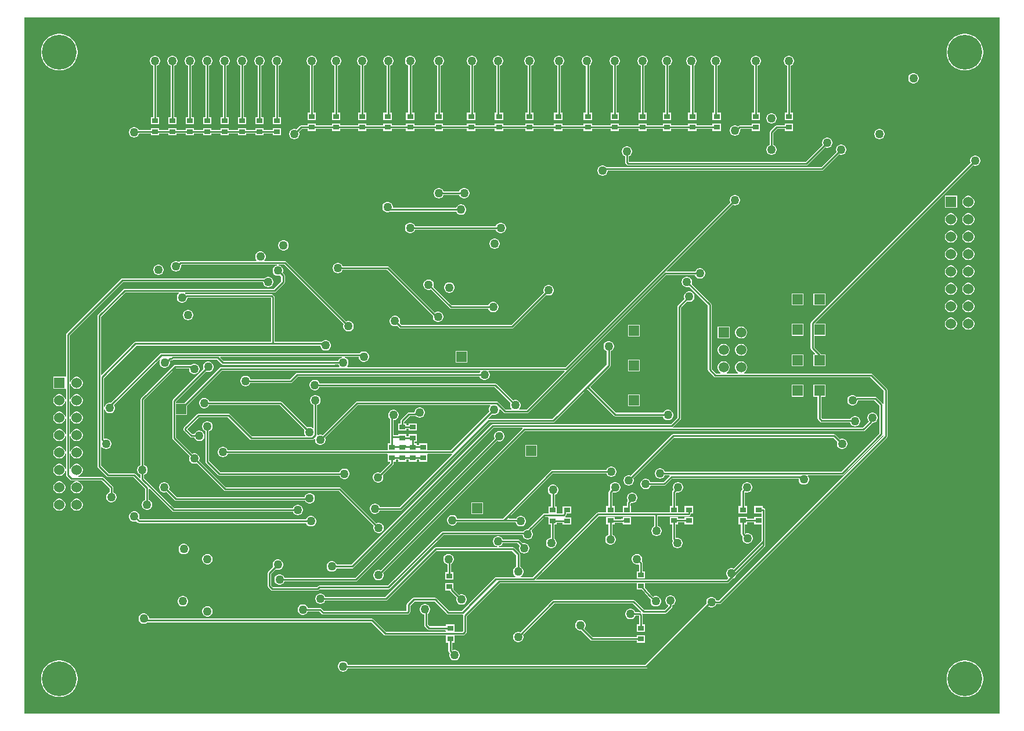
<source format=gbl>
G04*
G04 #@! TF.GenerationSoftware,Altium Limited,Altium Designer,22.3.1 (43)*
G04*
G04 Layer_Physical_Order=4*
G04 Layer_Color=16711680*
%FSLAX25Y25*%
%MOIN*%
G70*
G04*
G04 #@! TF.SameCoordinates,6E346DA1-06B3-48DF-BE1B-420114EF1470*
G04*
G04*
G04 #@! TF.FilePolarity,Positive*
G04*
G01*
G75*
%ADD11C,0.01000*%
%ADD18R,0.03740X0.03150*%
%ADD43C,0.20000*%
%ADD44R,0.05906X0.05906*%
%ADD45C,0.06000*%
%ADD46R,0.06000X0.06000*%
%ADD47C,0.05906*%
%ADD48R,0.05906X0.05906*%
%ADD49C,0.05000*%
G36*
X560000D02*
X0D01*
Y400000D01*
X560000D01*
Y0D01*
D02*
G37*
%LPC*%
G36*
X540826Y390500D02*
X539174D01*
X537541Y390242D01*
X535969Y389731D01*
X534497Y388980D01*
X533160Y388009D01*
X531991Y386840D01*
X531020Y385503D01*
X530269Y384031D01*
X529759Y382459D01*
X529500Y380826D01*
Y379174D01*
X529759Y377541D01*
X530269Y375969D01*
X531020Y374497D01*
X531991Y373160D01*
X533160Y371991D01*
X534497Y371020D01*
X535969Y370269D01*
X537541Y369759D01*
X539174Y369500D01*
X540826D01*
X542459Y369759D01*
X544031Y370269D01*
X545503Y371020D01*
X546840Y371991D01*
X548009Y373160D01*
X548980Y374497D01*
X549731Y375969D01*
X550242Y377541D01*
X550500Y379174D01*
Y380826D01*
X550242Y382459D01*
X549731Y384031D01*
X548980Y385503D01*
X548009Y386840D01*
X546840Y388009D01*
X545503Y388980D01*
X544031Y389731D01*
X542459Y390242D01*
X540826Y390500D01*
D02*
G37*
G36*
X20826D02*
X19174D01*
X17541Y390242D01*
X15969Y389731D01*
X14497Y388980D01*
X13160Y388009D01*
X11991Y386840D01*
X11020Y385503D01*
X10269Y384031D01*
X9759Y382459D01*
X9500Y380826D01*
Y379174D01*
X9759Y377541D01*
X10269Y375969D01*
X11020Y374497D01*
X11991Y373160D01*
X13160Y371991D01*
X14497Y371020D01*
X15969Y370269D01*
X17541Y369759D01*
X19174Y369500D01*
X20826D01*
X22459Y369759D01*
X24031Y370269D01*
X25503Y371020D01*
X26840Y371991D01*
X28009Y373160D01*
X28980Y374497D01*
X29731Y375969D01*
X30242Y377541D01*
X30500Y379174D01*
Y380826D01*
X30242Y382459D01*
X29731Y384031D01*
X28980Y385503D01*
X28009Y386840D01*
X26840Y388009D01*
X25503Y388980D01*
X24031Y389731D01*
X22459Y390242D01*
X20826Y390500D01*
D02*
G37*
G36*
X510895Y368000D02*
X510105D01*
X509342Y367796D01*
X508658Y367401D01*
X508099Y366842D01*
X507704Y366158D01*
X507500Y365395D01*
Y364605D01*
X507704Y363842D01*
X508099Y363158D01*
X508658Y362599D01*
X509342Y362204D01*
X510105Y362000D01*
X510895D01*
X511658Y362204D01*
X512342Y362599D01*
X512901Y363158D01*
X513296Y363842D01*
X513500Y364605D01*
Y365395D01*
X513296Y366158D01*
X512901Y366842D01*
X512342Y367401D01*
X511658Y367796D01*
X510895Y368000D01*
D02*
G37*
G36*
X439395Y378000D02*
X438605D01*
X437842Y377796D01*
X437158Y377401D01*
X436599Y376842D01*
X436204Y376158D01*
X436000Y375395D01*
Y374605D01*
X436204Y373842D01*
X436599Y373158D01*
X437158Y372599D01*
X437842Y372204D01*
X437980Y372167D01*
Y345224D01*
X436630D01*
Y341075D01*
X441370D01*
Y345224D01*
X440020D01*
Y372167D01*
X440158Y372204D01*
X440842Y372599D01*
X441401Y373158D01*
X441796Y373842D01*
X442000Y374605D01*
Y375395D01*
X441796Y376158D01*
X441401Y376842D01*
X440842Y377401D01*
X440158Y377796D01*
X439395Y378000D01*
D02*
G37*
G36*
X420395D02*
X419605D01*
X418842Y377796D01*
X418158Y377401D01*
X417599Y376842D01*
X417204Y376158D01*
X417000Y375395D01*
Y374605D01*
X417204Y373842D01*
X417599Y373158D01*
X418158Y372599D01*
X418842Y372204D01*
X418980Y372167D01*
Y345224D01*
X417630D01*
Y341075D01*
X422370D01*
Y345224D01*
X421020D01*
Y372167D01*
X421158Y372204D01*
X421842Y372599D01*
X422401Y373158D01*
X422796Y373842D01*
X423000Y374605D01*
Y375395D01*
X422796Y376158D01*
X422401Y376842D01*
X421842Y377401D01*
X421158Y377796D01*
X420395Y378000D01*
D02*
G37*
G36*
X397395D02*
X396605D01*
X395842Y377796D01*
X395158Y377401D01*
X394599Y376842D01*
X394204Y376158D01*
X394000Y375395D01*
Y374605D01*
X394204Y373842D01*
X394599Y373158D01*
X395158Y372599D01*
X395842Y372204D01*
X395980Y372167D01*
Y345224D01*
X395130D01*
Y341075D01*
X399870D01*
Y345224D01*
X398020D01*
Y372167D01*
X398158Y372204D01*
X398842Y372599D01*
X399401Y373158D01*
X399796Y373842D01*
X400000Y374605D01*
Y375395D01*
X399796Y376158D01*
X399401Y376842D01*
X398842Y377401D01*
X398158Y377796D01*
X397395Y378000D01*
D02*
G37*
G36*
X383395D02*
X382605D01*
X381842Y377796D01*
X381158Y377401D01*
X380599Y376842D01*
X380204Y376158D01*
X380000Y375395D01*
Y374605D01*
X380204Y373842D01*
X380599Y373158D01*
X381158Y372599D01*
X381842Y372204D01*
X382480Y372033D01*
Y345224D01*
X381130D01*
Y341075D01*
X385870D01*
Y345224D01*
X384520D01*
Y372413D01*
X384842Y372599D01*
X385401Y373158D01*
X385796Y373842D01*
X386000Y374605D01*
Y375395D01*
X385796Y376158D01*
X385401Y376842D01*
X384842Y377401D01*
X384158Y377796D01*
X383395Y378000D01*
D02*
G37*
G36*
X369395D02*
X368605D01*
X367842Y377796D01*
X367158Y377401D01*
X366599Y376842D01*
X366204Y376158D01*
X366000Y375395D01*
Y374605D01*
X366204Y373842D01*
X366599Y373158D01*
X367158Y372599D01*
X367842Y372204D01*
X367980Y372167D01*
Y345224D01*
X366730D01*
Y341075D01*
X371470D01*
Y345224D01*
X370020D01*
Y372167D01*
X370158Y372204D01*
X370842Y372599D01*
X371401Y373158D01*
X371796Y373842D01*
X372000Y374605D01*
Y375395D01*
X371796Y376158D01*
X371401Y376842D01*
X370842Y377401D01*
X370158Y377796D01*
X369395Y378000D01*
D02*
G37*
G36*
X355395D02*
X354605D01*
X353842Y377796D01*
X353158Y377401D01*
X352599Y376842D01*
X352204Y376158D01*
X352000Y375395D01*
Y374605D01*
X352204Y373842D01*
X352599Y373158D01*
X353158Y372599D01*
X353842Y372204D01*
X353980Y372167D01*
Y345224D01*
X352630D01*
Y341075D01*
X357370D01*
Y345224D01*
X356020D01*
Y372167D01*
X356158Y372204D01*
X356842Y372599D01*
X357401Y373158D01*
X357796Y373842D01*
X358000Y374605D01*
Y375395D01*
X357796Y376158D01*
X357401Y376842D01*
X356842Y377401D01*
X356158Y377796D01*
X355395Y378000D01*
D02*
G37*
G36*
X339395D02*
X338605D01*
X337842Y377796D01*
X337158Y377401D01*
X336599Y376842D01*
X336204Y376158D01*
X336000Y375395D01*
Y374605D01*
X336204Y373842D01*
X336599Y373158D01*
X337158Y372599D01*
X337842Y372204D01*
X337980Y372167D01*
Y345224D01*
X336630D01*
Y341075D01*
X341370D01*
Y345224D01*
X340020D01*
Y372167D01*
X340158Y372204D01*
X340842Y372599D01*
X341401Y373158D01*
X341796Y373842D01*
X342000Y374605D01*
Y375395D01*
X341796Y376158D01*
X341401Y376842D01*
X340842Y377401D01*
X340158Y377796D01*
X339395Y378000D01*
D02*
G37*
G36*
X323395D02*
X322605D01*
X321842Y377796D01*
X321158Y377401D01*
X320599Y376842D01*
X320204Y376158D01*
X320000Y375395D01*
Y374605D01*
X320204Y373842D01*
X320599Y373158D01*
X321158Y372599D01*
X321842Y372204D01*
X322480Y372033D01*
Y345224D01*
X321130D01*
Y341075D01*
X325870D01*
Y345224D01*
X324520D01*
Y372413D01*
X324842Y372599D01*
X325401Y373158D01*
X325796Y373842D01*
X326000Y374605D01*
Y375395D01*
X325796Y376158D01*
X325401Y376842D01*
X324842Y377401D01*
X324158Y377796D01*
X323395Y378000D01*
D02*
G37*
G36*
X307395D02*
X306605D01*
X305842Y377796D01*
X305158Y377401D01*
X304599Y376842D01*
X304204Y376158D01*
X304000Y375395D01*
Y374605D01*
X304204Y373842D01*
X304599Y373158D01*
X305158Y372599D01*
X305842Y372204D01*
X305980Y372167D01*
Y345224D01*
X304130D01*
Y341075D01*
X308870D01*
Y345224D01*
X308020D01*
Y372167D01*
X308158Y372204D01*
X308842Y372599D01*
X309401Y373158D01*
X309796Y373842D01*
X310000Y374605D01*
Y375395D01*
X309796Y376158D01*
X309401Y376842D01*
X308842Y377401D01*
X308158Y377796D01*
X307395Y378000D01*
D02*
G37*
G36*
X290395D02*
X289605D01*
X288842Y377796D01*
X288158Y377401D01*
X287599Y376842D01*
X287204Y376158D01*
X287000Y375395D01*
Y374605D01*
X287204Y373842D01*
X287599Y373158D01*
X288158Y372599D01*
X288842Y372204D01*
X288980Y372167D01*
Y345224D01*
X287630D01*
Y341075D01*
X292370D01*
Y345224D01*
X291020D01*
Y372167D01*
X291158Y372204D01*
X291842Y372599D01*
X292401Y373158D01*
X292796Y373842D01*
X293000Y374605D01*
Y375395D01*
X292796Y376158D01*
X292401Y376842D01*
X291842Y377401D01*
X291158Y377796D01*
X290395Y378000D01*
D02*
G37*
G36*
X272395D02*
X271605D01*
X270842Y377796D01*
X270158Y377401D01*
X269599Y376842D01*
X269204Y376158D01*
X269000Y375395D01*
Y374605D01*
X269204Y373842D01*
X269599Y373158D01*
X270158Y372599D01*
X270842Y372204D01*
X270980Y372167D01*
Y345224D01*
X270130D01*
Y341075D01*
X274870D01*
Y345224D01*
X273020D01*
Y372167D01*
X273158Y372204D01*
X273842Y372599D01*
X274401Y373158D01*
X274796Y373842D01*
X275000Y374605D01*
Y375395D01*
X274796Y376158D01*
X274401Y376842D01*
X273842Y377401D01*
X273158Y377796D01*
X272395Y378000D01*
D02*
G37*
G36*
X257395D02*
X256605D01*
X255842Y377796D01*
X255158Y377401D01*
X254599Y376842D01*
X254204Y376158D01*
X254000Y375395D01*
Y374605D01*
X254204Y373842D01*
X254599Y373158D01*
X255158Y372599D01*
X255842Y372204D01*
X255980Y372167D01*
Y345224D01*
X254130D01*
Y341075D01*
X258870D01*
Y345224D01*
X258020D01*
Y372167D01*
X258158Y372204D01*
X258842Y372599D01*
X259401Y373158D01*
X259796Y373842D01*
X260000Y374605D01*
Y375395D01*
X259796Y376158D01*
X259401Y376842D01*
X258842Y377401D01*
X258158Y377796D01*
X257395Y378000D01*
D02*
G37*
G36*
X238395D02*
X237605D01*
X236842Y377796D01*
X236158Y377401D01*
X235599Y376842D01*
X235204Y376158D01*
X235000Y375395D01*
Y374605D01*
X235204Y373842D01*
X235599Y373158D01*
X236158Y372599D01*
X236842Y372204D01*
X236980Y372167D01*
Y345224D01*
X235630D01*
Y341075D01*
X240370D01*
Y345224D01*
X239020D01*
Y372167D01*
X239158Y372204D01*
X239842Y372599D01*
X240401Y373158D01*
X240796Y373842D01*
X241000Y374605D01*
Y375395D01*
X240796Y376158D01*
X240401Y376842D01*
X239842Y377401D01*
X239158Y377796D01*
X238395Y378000D01*
D02*
G37*
G36*
X221895D02*
X221105D01*
X220342Y377796D01*
X219658Y377401D01*
X219099Y376842D01*
X218704Y376158D01*
X218500Y375395D01*
Y374605D01*
X218704Y373842D01*
X219099Y373158D01*
X219658Y372599D01*
X220342Y372204D01*
X220480Y372167D01*
Y345224D01*
X219130D01*
Y341075D01*
X223870D01*
Y345224D01*
X222520D01*
Y372167D01*
X222658Y372204D01*
X223342Y372599D01*
X223901Y373158D01*
X224296Y373842D01*
X224500Y374605D01*
Y375395D01*
X224296Y376158D01*
X223901Y376842D01*
X223342Y377401D01*
X222658Y377796D01*
X221895Y378000D01*
D02*
G37*
G36*
X209395D02*
X208605D01*
X207842Y377796D01*
X207158Y377401D01*
X206599Y376842D01*
X206204Y376158D01*
X206000Y375395D01*
Y374605D01*
X206204Y373842D01*
X206599Y373158D01*
X207158Y372599D01*
X207842Y372204D01*
X207980Y372167D01*
Y345224D01*
X206130D01*
Y341075D01*
X210870D01*
Y345224D01*
X210020D01*
Y372167D01*
X210158Y372204D01*
X210842Y372599D01*
X211401Y373158D01*
X211796Y373842D01*
X212000Y374605D01*
Y375395D01*
X211796Y376158D01*
X211401Y376842D01*
X210842Y377401D01*
X210158Y377796D01*
X209395Y378000D01*
D02*
G37*
G36*
X194395D02*
X193605D01*
X192842Y377796D01*
X192158Y377401D01*
X191599Y376842D01*
X191204Y376158D01*
X191000Y375395D01*
Y374605D01*
X191204Y373842D01*
X191599Y373158D01*
X192158Y372599D01*
X192842Y372204D01*
X192980Y372167D01*
Y345224D01*
X191630D01*
Y341075D01*
X196370D01*
Y345224D01*
X195020D01*
Y372167D01*
X195158Y372204D01*
X195842Y372599D01*
X196401Y373158D01*
X196796Y373842D01*
X197000Y374605D01*
Y375395D01*
X196796Y376158D01*
X196401Y376842D01*
X195842Y377401D01*
X195158Y377796D01*
X194395Y378000D01*
D02*
G37*
G36*
X179395D02*
X178605D01*
X177842Y377796D01*
X177158Y377401D01*
X176599Y376842D01*
X176204Y376158D01*
X176000Y375395D01*
Y374605D01*
X176204Y373842D01*
X176599Y373158D01*
X177158Y372599D01*
X177842Y372204D01*
X177980Y372167D01*
Y345224D01*
X176630D01*
Y341075D01*
X181370D01*
Y345224D01*
X180020D01*
Y372167D01*
X180158Y372204D01*
X180842Y372599D01*
X181401Y373158D01*
X181796Y373842D01*
X182000Y374605D01*
Y375395D01*
X181796Y376158D01*
X181401Y376842D01*
X180842Y377401D01*
X180158Y377796D01*
X179395Y378000D01*
D02*
G37*
G36*
X165395D02*
X164605D01*
X163842Y377796D01*
X163158Y377401D01*
X162599Y376842D01*
X162204Y376158D01*
X162000Y375395D01*
Y374605D01*
X162204Y373842D01*
X162599Y373158D01*
X163158Y372599D01*
X163842Y372204D01*
X163980Y372167D01*
Y345224D01*
X162630D01*
Y341075D01*
X167370D01*
Y345224D01*
X166020D01*
Y372167D01*
X166158Y372204D01*
X166842Y372599D01*
X167401Y373158D01*
X167796Y373842D01*
X168000Y374605D01*
Y375395D01*
X167796Y376158D01*
X167401Y376842D01*
X166842Y377401D01*
X166158Y377796D01*
X165395Y378000D01*
D02*
G37*
G36*
X429395Y345000D02*
X428605D01*
X427842Y344796D01*
X427158Y344401D01*
X426599Y343842D01*
X426204Y343158D01*
X426000Y342395D01*
Y341605D01*
X426204Y340842D01*
X426599Y340158D01*
X427158Y339599D01*
X427842Y339204D01*
X428605Y339000D01*
X429395D01*
X430158Y339204D01*
X430842Y339599D01*
X431401Y340158D01*
X431796Y340842D01*
X432000Y341605D01*
Y342395D01*
X431796Y343158D01*
X431401Y343842D01*
X430842Y344401D01*
X430158Y344796D01*
X429395Y345000D01*
D02*
G37*
G36*
X145395Y378000D02*
X144605D01*
X143842Y377796D01*
X143158Y377401D01*
X142599Y376842D01*
X142204Y376158D01*
X142000Y375395D01*
Y374605D01*
X142204Y373842D01*
X142599Y373158D01*
X143158Y372599D01*
X143842Y372204D01*
X143980Y372167D01*
Y342724D01*
X142630D01*
Y338575D01*
X147370D01*
Y342724D01*
X146020D01*
Y372167D01*
X146158Y372204D01*
X146842Y372599D01*
X147401Y373158D01*
X147796Y373842D01*
X148000Y374605D01*
Y375395D01*
X147796Y376158D01*
X147401Y376842D01*
X146842Y377401D01*
X146158Y377796D01*
X145395Y378000D01*
D02*
G37*
G36*
X135395D02*
X134605D01*
X133842Y377796D01*
X133158Y377401D01*
X132599Y376842D01*
X132204Y376158D01*
X132000Y375395D01*
Y374605D01*
X132204Y373842D01*
X132599Y373158D01*
X133158Y372599D01*
X133842Y372204D01*
X133980Y372167D01*
Y342724D01*
X132630D01*
Y338575D01*
X137370D01*
Y342724D01*
X136020D01*
Y372167D01*
X136158Y372204D01*
X136842Y372599D01*
X137401Y373158D01*
X137796Y373842D01*
X138000Y374605D01*
Y375395D01*
X137796Y376158D01*
X137401Y376842D01*
X136842Y377401D01*
X136158Y377796D01*
X135395Y378000D01*
D02*
G37*
G36*
X125395D02*
X124605D01*
X123842Y377796D01*
X123158Y377401D01*
X122599Y376842D01*
X122204Y376158D01*
X122000Y375395D01*
Y374605D01*
X122204Y373842D01*
X122599Y373158D01*
X123158Y372599D01*
X123842Y372204D01*
X123980Y372167D01*
Y342724D01*
X122630D01*
Y338575D01*
X127370D01*
Y342724D01*
X126020D01*
Y372167D01*
X126158Y372204D01*
X126842Y372599D01*
X127401Y373158D01*
X127796Y373842D01*
X128000Y374605D01*
Y375395D01*
X127796Y376158D01*
X127401Y376842D01*
X126842Y377401D01*
X126158Y377796D01*
X125395Y378000D01*
D02*
G37*
G36*
X115395D02*
X114605D01*
X113842Y377796D01*
X113158Y377401D01*
X112599Y376842D01*
X112204Y376158D01*
X112000Y375395D01*
Y374605D01*
X112204Y373842D01*
X112599Y373158D01*
X113158Y372599D01*
X113842Y372204D01*
X113980Y372167D01*
Y342724D01*
X112630D01*
Y338575D01*
X117370D01*
Y342724D01*
X116020D01*
Y372167D01*
X116158Y372204D01*
X116842Y372599D01*
X117401Y373158D01*
X117796Y373842D01*
X118000Y374605D01*
Y375395D01*
X117796Y376158D01*
X117401Y376842D01*
X116842Y377401D01*
X116158Y377796D01*
X115395Y378000D01*
D02*
G37*
G36*
X105395D02*
X104605D01*
X103842Y377796D01*
X103158Y377401D01*
X102599Y376842D01*
X102204Y376158D01*
X102000Y375395D01*
Y374605D01*
X102204Y373842D01*
X102599Y373158D01*
X103158Y372599D01*
X103842Y372204D01*
X103980Y372167D01*
Y342724D01*
X102630D01*
Y338575D01*
X107370D01*
Y342724D01*
X106020D01*
Y372167D01*
X106158Y372204D01*
X106842Y372599D01*
X107401Y373158D01*
X107796Y373842D01*
X108000Y374605D01*
Y375395D01*
X107796Y376158D01*
X107401Y376842D01*
X106842Y377401D01*
X106158Y377796D01*
X105395Y378000D01*
D02*
G37*
G36*
X95395D02*
X94605D01*
X93842Y377796D01*
X93158Y377401D01*
X92599Y376842D01*
X92204Y376158D01*
X92000Y375395D01*
Y374605D01*
X92204Y373842D01*
X92599Y373158D01*
X93158Y372599D01*
X93842Y372204D01*
X93980Y372167D01*
Y342724D01*
X92630D01*
Y338575D01*
X97370D01*
Y342724D01*
X96020D01*
Y372167D01*
X96158Y372204D01*
X96842Y372599D01*
X97401Y373158D01*
X97796Y373842D01*
X98000Y374605D01*
Y375395D01*
X97796Y376158D01*
X97401Y376842D01*
X96842Y377401D01*
X96158Y377796D01*
X95395Y378000D01*
D02*
G37*
G36*
X85395D02*
X84605D01*
X83842Y377796D01*
X83158Y377401D01*
X82599Y376842D01*
X82204Y376158D01*
X82000Y375395D01*
Y374605D01*
X82204Y373842D01*
X82599Y373158D01*
X83158Y372599D01*
X83842Y372204D01*
X83980Y372167D01*
Y342724D01*
X82630D01*
Y338575D01*
X87370D01*
Y342724D01*
X86020D01*
Y372167D01*
X86158Y372204D01*
X86842Y372599D01*
X87401Y373158D01*
X87796Y373842D01*
X88000Y374605D01*
Y375395D01*
X87796Y376158D01*
X87401Y376842D01*
X86842Y377401D01*
X86158Y377796D01*
X85395Y378000D01*
D02*
G37*
G36*
X75395D02*
X74605D01*
X73842Y377796D01*
X73158Y377401D01*
X72599Y376842D01*
X72204Y376158D01*
X72000Y375395D01*
Y374605D01*
X72204Y373842D01*
X72599Y373158D01*
X73158Y372599D01*
X73842Y372204D01*
X73980Y372167D01*
Y342724D01*
X72630D01*
Y338575D01*
X77370D01*
Y342724D01*
X76020D01*
Y372167D01*
X76158Y372204D01*
X76842Y372599D01*
X77401Y373158D01*
X77796Y373842D01*
X78000Y374605D01*
Y375395D01*
X77796Y376158D01*
X77401Y376842D01*
X76842Y377401D01*
X76158Y377796D01*
X75395Y378000D01*
D02*
G37*
G36*
X399870Y338925D02*
X395130D01*
Y337870D01*
X385870D01*
Y338925D01*
X381130D01*
Y337870D01*
X371470D01*
Y338925D01*
X366730D01*
Y337870D01*
X357370D01*
Y338925D01*
X352630D01*
Y337870D01*
X341370D01*
Y338925D01*
X336630D01*
Y337870D01*
X325870D01*
Y338925D01*
X321130D01*
Y337870D01*
X308870D01*
Y338925D01*
X304130D01*
Y337870D01*
X292370D01*
Y338925D01*
X287630D01*
Y337870D01*
X274870D01*
Y338925D01*
X270130D01*
Y337870D01*
X258870D01*
Y338925D01*
X254130D01*
Y337870D01*
X240370D01*
Y338925D01*
X235630D01*
Y337870D01*
X223870D01*
Y338925D01*
X219130D01*
Y337870D01*
X210870D01*
Y338925D01*
X206130D01*
Y337870D01*
X196370D01*
Y338925D01*
X191630D01*
Y337870D01*
X181370D01*
Y338925D01*
X176630D01*
Y337870D01*
X167370D01*
Y338925D01*
X162630D01*
Y337870D01*
X158850D01*
X158460Y337792D01*
X158129Y337571D01*
X156282Y335724D01*
X156158Y335796D01*
X155395Y336000D01*
X154605D01*
X153842Y335796D01*
X153158Y335401D01*
X152599Y334842D01*
X152204Y334158D01*
X152000Y333395D01*
Y332605D01*
X152204Y331842D01*
X152599Y331158D01*
X153158Y330599D01*
X153842Y330204D01*
X154605Y330000D01*
X155395D01*
X156158Y330204D01*
X156842Y330599D01*
X157401Y331158D01*
X157796Y331842D01*
X158000Y332605D01*
Y333395D01*
X157796Y334158D01*
X157724Y334282D01*
X159273Y335831D01*
X162630D01*
Y334776D01*
X167370D01*
Y335831D01*
X176630D01*
Y334776D01*
X181370D01*
Y335831D01*
X191630D01*
Y334776D01*
X196370D01*
Y335831D01*
X206130D01*
Y334776D01*
X210870D01*
Y335831D01*
X219130D01*
Y334776D01*
X223870D01*
Y335831D01*
X235630D01*
Y334776D01*
X240370D01*
Y335831D01*
X254130D01*
Y334776D01*
X258870D01*
Y335831D01*
X270130D01*
Y334776D01*
X274870D01*
Y335831D01*
X287630D01*
Y334776D01*
X292370D01*
Y335831D01*
X304130D01*
Y334776D01*
X308870D01*
Y335831D01*
X321130D01*
Y334776D01*
X325870D01*
Y335831D01*
X336630D01*
Y334776D01*
X341370D01*
Y335831D01*
X352630D01*
Y334776D01*
X357370D01*
Y335831D01*
X366730D01*
Y334776D01*
X371470D01*
Y335831D01*
X381130D01*
Y334776D01*
X385870D01*
Y335831D01*
X395130D01*
Y334776D01*
X399870D01*
Y338925D01*
D02*
G37*
G36*
X422370D02*
X417630D01*
Y337870D01*
X410586D01*
X410196Y337792D01*
X409865Y337571D01*
X409748Y337455D01*
X409158Y337796D01*
X408395Y338000D01*
X407605D01*
X406842Y337796D01*
X406158Y337401D01*
X405599Y336842D01*
X405204Y336158D01*
X405000Y335395D01*
Y334605D01*
X405204Y333842D01*
X405599Y333158D01*
X406158Y332599D01*
X406842Y332204D01*
X407605Y332000D01*
X408395D01*
X409158Y332204D01*
X409842Y332599D01*
X410401Y333158D01*
X410796Y333842D01*
X411000Y334605D01*
Y335395D01*
X411401Y335831D01*
X417630D01*
Y334776D01*
X422370D01*
Y338925D01*
D02*
G37*
G36*
X441370D02*
X436630D01*
Y337870D01*
X431850D01*
X431460Y337792D01*
X431129Y337571D01*
X428279Y334721D01*
X428058Y334390D01*
X427980Y334000D01*
Y326833D01*
X427842Y326796D01*
X427158Y326401D01*
X426599Y325842D01*
X426204Y325158D01*
X426000Y324395D01*
Y323605D01*
X426204Y322842D01*
X426599Y322158D01*
X427158Y321599D01*
X427842Y321204D01*
X428605Y321000D01*
X429395D01*
X430158Y321204D01*
X430842Y321599D01*
X431401Y322158D01*
X431796Y322842D01*
X432000Y323605D01*
Y324395D01*
X431796Y325158D01*
X431401Y325842D01*
X430842Y326401D01*
X430158Y326796D01*
X430020Y326833D01*
Y333578D01*
X432273Y335831D01*
X436630D01*
Y334776D01*
X441370D01*
Y338925D01*
D02*
G37*
G36*
X63395Y337000D02*
X62605D01*
X61842Y336796D01*
X61158Y336401D01*
X60599Y335842D01*
X60204Y335158D01*
X60000Y334395D01*
Y333605D01*
X60204Y332842D01*
X60599Y332158D01*
X61158Y331599D01*
X61842Y331204D01*
X62605Y331000D01*
X63395D01*
X64158Y331204D01*
X64842Y331599D01*
X65401Y332158D01*
X65796Y332842D01*
X65926Y333331D01*
X72630D01*
Y332276D01*
X77370D01*
Y333331D01*
X82630D01*
Y332276D01*
X87370D01*
Y333331D01*
X92630D01*
Y332276D01*
X97370D01*
Y333331D01*
X102630D01*
Y332276D01*
X107370D01*
Y333331D01*
X112630D01*
Y332276D01*
X117370D01*
Y333331D01*
X122630D01*
Y332276D01*
X127370D01*
Y333331D01*
X132630D01*
Y332276D01*
X137370D01*
Y333331D01*
X142630D01*
Y332276D01*
X147370D01*
Y336425D01*
X142630D01*
Y335370D01*
X137370D01*
Y336425D01*
X132630D01*
Y335370D01*
X127370D01*
Y336425D01*
X122630D01*
Y335370D01*
X117370D01*
Y336425D01*
X112630D01*
Y335370D01*
X107370D01*
Y336425D01*
X102630D01*
Y335370D01*
X97370D01*
Y336425D01*
X92630D01*
Y335370D01*
X87370D01*
Y336425D01*
X82630D01*
Y335370D01*
X77370D01*
Y336425D01*
X72630D01*
Y335370D01*
X65673D01*
X65401Y335842D01*
X64842Y336401D01*
X64158Y336796D01*
X63395Y337000D01*
D02*
G37*
G36*
X491395Y336000D02*
X490605D01*
X489842Y335796D01*
X489158Y335401D01*
X488599Y334842D01*
X488204Y334158D01*
X488000Y333395D01*
Y332605D01*
X488204Y331842D01*
X488599Y331158D01*
X489158Y330599D01*
X489842Y330204D01*
X490605Y330000D01*
X491395D01*
X492158Y330204D01*
X492842Y330599D01*
X493401Y331158D01*
X493796Y331842D01*
X494000Y332605D01*
Y333395D01*
X493796Y334158D01*
X493401Y334842D01*
X492842Y335401D01*
X492158Y335796D01*
X491395Y336000D01*
D02*
G37*
G36*
X469395Y327000D02*
X468605D01*
X467842Y326796D01*
X467158Y326401D01*
X466599Y325842D01*
X466204Y325158D01*
X466000Y324395D01*
Y323605D01*
X466204Y322842D01*
X466276Y322718D01*
X457578Y314020D01*
X334223D01*
X333842Y314401D01*
X333158Y314796D01*
X332395Y315000D01*
X331605D01*
X330842Y314796D01*
X330158Y314401D01*
X329599Y313842D01*
X329204Y313158D01*
X329000Y312395D01*
Y311605D01*
X329204Y310842D01*
X329599Y310158D01*
X330158Y309599D01*
X330842Y309204D01*
X331605Y309000D01*
X332395D01*
X333158Y309204D01*
X333842Y309599D01*
X334401Y310158D01*
X334796Y310842D01*
X335000Y311605D01*
Y311980D01*
X458000D01*
X458390Y312058D01*
X458721Y312279D01*
X467718Y321276D01*
X467842Y321204D01*
X468605Y321000D01*
X469395D01*
X470158Y321204D01*
X470842Y321599D01*
X471401Y322158D01*
X471796Y322842D01*
X472000Y323605D01*
Y324395D01*
X471796Y325158D01*
X471401Y325842D01*
X470842Y326401D01*
X470158Y326796D01*
X469395Y327000D01*
D02*
G37*
G36*
X461395Y331000D02*
X460605D01*
X459842Y330796D01*
X459158Y330401D01*
X458599Y329842D01*
X458204Y329158D01*
X458000Y328395D01*
Y327605D01*
X458204Y326842D01*
X458276Y326718D01*
X448578Y317020D01*
X347020D01*
Y320167D01*
X347158Y320204D01*
X347842Y320599D01*
X348401Y321158D01*
X348796Y321842D01*
X349000Y322605D01*
Y323395D01*
X348796Y324158D01*
X348401Y324842D01*
X347842Y325401D01*
X347158Y325796D01*
X346395Y326000D01*
X345605D01*
X344842Y325796D01*
X344158Y325401D01*
X343599Y324842D01*
X343204Y324158D01*
X343000Y323395D01*
Y322605D01*
X343204Y321842D01*
X343599Y321158D01*
X344158Y320599D01*
X344842Y320204D01*
X344980Y320167D01*
Y316586D01*
X345058Y316196D01*
X345279Y315865D01*
X345865Y315279D01*
X346196Y315058D01*
X346586Y314980D01*
X449000D01*
X449390Y315058D01*
X449721Y315279D01*
X459718Y325276D01*
X459842Y325204D01*
X460605Y325000D01*
X461395D01*
X462158Y325204D01*
X462842Y325599D01*
X463401Y326158D01*
X463796Y326842D01*
X464000Y327605D01*
Y328395D01*
X463796Y329158D01*
X463401Y329842D01*
X462842Y330401D01*
X462158Y330796D01*
X461395Y331000D01*
D02*
G37*
G36*
X546395Y320700D02*
X545605D01*
X544842Y320496D01*
X544158Y320101D01*
X543599Y319542D01*
X543204Y318858D01*
X543000Y318095D01*
Y317305D01*
X543204Y316542D01*
X543276Y316418D01*
X451779Y224921D01*
X451558Y224590D01*
X451480Y224200D01*
Y210000D01*
X451558Y209610D01*
X451779Y209279D01*
X454143Y206915D01*
X453952Y206453D01*
X453047D01*
Y199547D01*
X459953D01*
Y206453D01*
X457400D01*
X457221Y206721D01*
X453520Y210422D01*
Y217047D01*
X459953D01*
Y223953D01*
X454348D01*
X454157Y224415D01*
X544718Y314976D01*
X544842Y314904D01*
X545605Y314700D01*
X546395D01*
X547158Y314904D01*
X547842Y315299D01*
X548401Y315858D01*
X548796Y316542D01*
X549000Y317305D01*
Y318095D01*
X548796Y318858D01*
X548401Y319542D01*
X547842Y320101D01*
X547158Y320496D01*
X546395Y320700D01*
D02*
G37*
G36*
X252895Y302000D02*
X252105D01*
X251342Y301796D01*
X250658Y301401D01*
X250099Y300842D01*
X249704Y300158D01*
X249667Y300020D01*
X240833D01*
X240796Y300158D01*
X240401Y300842D01*
X239842Y301401D01*
X239158Y301796D01*
X238395Y302000D01*
X237605D01*
X236842Y301796D01*
X236158Y301401D01*
X235599Y300842D01*
X235204Y300158D01*
X235000Y299395D01*
Y298605D01*
X235204Y297842D01*
X235599Y297158D01*
X236158Y296599D01*
X236842Y296204D01*
X237605Y296000D01*
X238395D01*
X239158Y296204D01*
X239842Y296599D01*
X240401Y297158D01*
X240796Y297842D01*
X240833Y297980D01*
X249667D01*
X249704Y297842D01*
X250099Y297158D01*
X250658Y296599D01*
X251342Y296204D01*
X252105Y296000D01*
X252895D01*
X253658Y296204D01*
X254342Y296599D01*
X254901Y297158D01*
X255296Y297842D01*
X255500Y298605D01*
Y299395D01*
X255296Y300158D01*
X254901Y300842D01*
X254342Y301401D01*
X253658Y301796D01*
X252895Y302000D01*
D02*
G37*
G36*
X408395Y298000D02*
X407605D01*
X406842Y297796D01*
X406158Y297401D01*
X405599Y296842D01*
X405204Y296158D01*
X405000Y295395D01*
Y294605D01*
X405204Y293842D01*
X405276Y293718D01*
X310713Y199155D01*
X185505D01*
X185298Y199655D01*
X185501Y199858D01*
X185896Y200542D01*
X186100Y201305D01*
Y202095D01*
X185896Y202858D01*
X185501Y203542D01*
X184942Y204101D01*
X184258Y204496D01*
X183941Y204580D01*
X184007Y205080D01*
X191950D01*
Y204755D01*
X192155Y203992D01*
X192550Y203308D01*
X193108Y202749D01*
X193792Y202354D01*
X194555Y202150D01*
X195345D01*
X196108Y202354D01*
X196792Y202749D01*
X197351Y203308D01*
X197746Y203992D01*
X197950Y204755D01*
Y205545D01*
X197746Y206308D01*
X197351Y206992D01*
X196792Y207550D01*
X196108Y207945D01*
X195345Y208150D01*
X194555D01*
X193792Y207945D01*
X193108Y207550D01*
X192678Y207120D01*
X180600D01*
X180210Y207042D01*
X180176Y207020D01*
X78500D01*
X78110Y206942D01*
X77779Y206721D01*
X49524Y178465D01*
X49395Y178500D01*
X48605D01*
X47842Y178296D01*
X47158Y177901D01*
X46599Y177342D01*
X46204Y176658D01*
X46020Y175968D01*
X45520Y176034D01*
Y192778D01*
X64222Y211480D01*
X170000D01*
Y211105D01*
X170204Y210342D01*
X170599Y209658D01*
X171158Y209099D01*
X171842Y208704D01*
X172605Y208500D01*
X173395D01*
X174158Y208704D01*
X174842Y209099D01*
X175401Y209658D01*
X175796Y210342D01*
X176000Y211105D01*
Y211895D01*
X175796Y212658D01*
X175401Y213342D01*
X174842Y213901D01*
X174158Y214296D01*
X173395Y214500D01*
X172605D01*
X171842Y214296D01*
X171158Y213901D01*
X170717Y213459D01*
X170414Y213520D01*
X143620D01*
Y239414D01*
X143542Y239804D01*
X143321Y240135D01*
X142735Y240721D01*
X142404Y240942D01*
X142014Y241020D01*
X93086D01*
X92783Y240959D01*
X92342Y241401D01*
X92204Y241480D01*
X92338Y241980D01*
X143500D01*
X143890Y242058D01*
X144221Y242279D01*
X149221Y247279D01*
X149442Y247610D01*
X149520Y248000D01*
Y251500D01*
X149442Y251890D01*
X149221Y252221D01*
X148224Y253218D01*
X148296Y253342D01*
X148500Y254105D01*
Y254895D01*
X148296Y255658D01*
X147901Y256342D01*
X147342Y256901D01*
X146658Y257296D01*
X145968Y257480D01*
X146034Y257980D01*
X149278D01*
X183376Y223882D01*
X183304Y223758D01*
X183100Y222995D01*
Y222205D01*
X183304Y221442D01*
X183699Y220758D01*
X184258Y220199D01*
X184942Y219804D01*
X185705Y219600D01*
X186495D01*
X187258Y219804D01*
X187942Y220199D01*
X188501Y220758D01*
X188896Y221442D01*
X189100Y222205D01*
Y222995D01*
X188896Y223758D01*
X188501Y224442D01*
X187942Y225001D01*
X187258Y225396D01*
X186495Y225600D01*
X185705D01*
X184942Y225396D01*
X184818Y225324D01*
X150421Y259721D01*
X150090Y259942D01*
X149700Y260020D01*
X137989D01*
X137782Y260520D01*
X137920Y260658D01*
X138315Y261342D01*
X138520Y262105D01*
Y262895D01*
X138315Y263658D01*
X137920Y264342D01*
X137362Y264901D01*
X136678Y265296D01*
X135915Y265500D01*
X135125D01*
X134362Y265296D01*
X133678Y264901D01*
X133119Y264342D01*
X132724Y263658D01*
X132520Y262895D01*
Y262105D01*
X132724Y261342D01*
X133119Y260658D01*
X133258Y260520D01*
X133051Y260020D01*
X89586D01*
X89196Y259942D01*
X88865Y259721D01*
X88653Y259509D01*
X88158Y259796D01*
X87395Y260000D01*
X86605D01*
X85842Y259796D01*
X85158Y259401D01*
X84599Y258842D01*
X84204Y258158D01*
X84000Y257395D01*
Y256605D01*
X84204Y255842D01*
X84599Y255158D01*
X85158Y254599D01*
X85842Y254204D01*
X86605Y254000D01*
X87395D01*
X88158Y254204D01*
X88842Y254599D01*
X89401Y255158D01*
X89796Y255842D01*
X90000Y256605D01*
Y257395D01*
X89973Y257495D01*
X90360Y257980D01*
X144966D01*
X145032Y257480D01*
X144342Y257296D01*
X143658Y256901D01*
X143099Y256342D01*
X142704Y255658D01*
X142500Y254895D01*
Y254105D01*
X142704Y253342D01*
X143099Y252658D01*
X143658Y252099D01*
X144342Y251704D01*
X145105Y251500D01*
X145895D01*
X146658Y251704D01*
X146782Y251776D01*
X147480Y251078D01*
Y248422D01*
X143078Y244020D01*
X57500D01*
X57110Y243942D01*
X56779Y243721D01*
X42279Y229221D01*
X42058Y228890D01*
X41980Y228500D01*
Y142100D01*
X42058Y141710D01*
X42279Y141379D01*
X47279Y136379D01*
X47610Y136158D01*
X48000Y136080D01*
X62678D01*
X69380Y129378D01*
Y122833D01*
X69242Y122796D01*
X68558Y122401D01*
X67999Y121842D01*
X67604Y121158D01*
X67400Y120395D01*
Y119605D01*
X67604Y118842D01*
X67999Y118158D01*
X68558Y117599D01*
X69242Y117204D01*
X70005Y117000D01*
X70795D01*
X71558Y117204D01*
X72242Y117599D01*
X72801Y118158D01*
X73196Y118842D01*
X73400Y119605D01*
Y120395D01*
X73196Y121158D01*
X72801Y121842D01*
X72242Y122401D01*
X71558Y122796D01*
X71420Y122833D01*
Y129101D01*
X71882Y129292D01*
X84894Y116279D01*
X85225Y116058D01*
X85615Y115980D01*
X154167D01*
X154204Y115842D01*
X154599Y115158D01*
X155158Y114599D01*
X155842Y114204D01*
X156605Y114000D01*
X157395D01*
X158158Y114204D01*
X158842Y114599D01*
X159401Y115158D01*
X159796Y115842D01*
X160000Y116605D01*
Y117395D01*
X159796Y118158D01*
X159401Y118842D01*
X158842Y119401D01*
X158158Y119796D01*
X157395Y120000D01*
X156605D01*
X155842Y119796D01*
X155158Y119401D01*
X154599Y118842D01*
X154204Y118158D01*
X154167Y118020D01*
X86038D01*
X68820Y135238D01*
Y137167D01*
X68958Y137204D01*
X69642Y137599D01*
X70201Y138158D01*
X70596Y138842D01*
X70800Y139605D01*
Y140395D01*
X70596Y141158D01*
X70201Y141842D01*
X69642Y142401D01*
X68958Y142796D01*
X68820Y142833D01*
Y180178D01*
X86922Y198280D01*
X94500D01*
Y197605D01*
X94704Y196842D01*
X95099Y196158D01*
X95658Y195599D01*
X96342Y195204D01*
X97105Y195000D01*
X97895D01*
X98658Y195204D01*
X99342Y195599D01*
X99901Y196158D01*
X100296Y196842D01*
X100500Y197605D01*
Y198395D01*
X100296Y199158D01*
X99901Y199842D01*
X99342Y200401D01*
X98658Y200796D01*
X97895Y201000D01*
X97105D01*
X96342Y200796D01*
X95658Y200401D01*
X95501Y200243D01*
X95118Y200320D01*
X86500D01*
X86110Y200242D01*
X85779Y200021D01*
X67079Y181321D01*
X66858Y180990D01*
X66780Y180600D01*
Y142833D01*
X66642Y142796D01*
X65958Y142401D01*
X65399Y141842D01*
X65004Y141158D01*
X64800Y140395D01*
Y139605D01*
X65004Y138842D01*
X65399Y138158D01*
X65958Y137599D01*
X66642Y137204D01*
X66780Y137167D01*
Y135515D01*
X66319Y135324D01*
X63821Y137821D01*
X63490Y138042D01*
X63100Y138120D01*
X48422D01*
X44020Y142522D01*
Y153162D01*
X44520Y153296D01*
X44599Y153158D01*
X45158Y152599D01*
X45842Y152204D01*
X46605Y152000D01*
X47395D01*
X48158Y152204D01*
X48842Y152599D01*
X49401Y153158D01*
X49796Y153842D01*
X50000Y154605D01*
Y155395D01*
X49796Y156158D01*
X49401Y156842D01*
X48842Y157401D01*
X48158Y157796D01*
X47395Y158000D01*
X46605D01*
X45983Y157833D01*
X45618Y158067D01*
X45520Y158187D01*
Y174966D01*
X46020Y175032D01*
X46204Y174342D01*
X46599Y173658D01*
X47158Y173099D01*
X47842Y172704D01*
X48605Y172500D01*
X49395D01*
X50158Y172704D01*
X50842Y173099D01*
X51401Y173658D01*
X51796Y174342D01*
X52000Y175105D01*
Y175895D01*
X51796Y176658D01*
X51401Y177342D01*
X51342Y177400D01*
X77574Y203632D01*
X77974Y203325D01*
X77704Y202858D01*
X77500Y202095D01*
Y201305D01*
X77704Y200542D01*
X78099Y199858D01*
X78658Y199299D01*
X79342Y198904D01*
X80105Y198700D01*
X80895D01*
X81658Y198904D01*
X82342Y199299D01*
X82901Y199858D01*
X83296Y200542D01*
X83500Y201305D01*
Y202095D01*
X83464Y202229D01*
X84247Y203012D01*
X84532D01*
X84922Y203090D01*
X85253Y203311D01*
X85422Y203480D01*
X110578D01*
X113279Y200779D01*
X113610Y200558D01*
X114000Y200480D01*
X178121D01*
X178512Y200558D01*
X178695Y200680D01*
X180267D01*
X180304Y200542D01*
X180699Y199858D01*
X180902Y199655D01*
X180695Y199155D01*
X113136D01*
X112745Y199078D01*
X112415Y198857D01*
X92011Y178453D01*
X87020D01*
Y179278D01*
X104218Y196476D01*
X104342Y196404D01*
X105105Y196200D01*
X105895D01*
X106658Y196404D01*
X107342Y196799D01*
X107901Y197358D01*
X108296Y198042D01*
X108500Y198805D01*
Y199595D01*
X108296Y200358D01*
X107901Y201042D01*
X107342Y201601D01*
X106658Y201996D01*
X105895Y202200D01*
X105105D01*
X104342Y201996D01*
X103658Y201601D01*
X103099Y201042D01*
X102704Y200358D01*
X102500Y199595D01*
Y198805D01*
X102704Y198042D01*
X102776Y197918D01*
X85279Y180421D01*
X85058Y180090D01*
X84980Y179700D01*
Y158400D01*
X85058Y158010D01*
X85279Y157679D01*
X94957Y148001D01*
X94816Y147758D01*
X94612Y146995D01*
Y146205D01*
X94816Y145442D01*
X95211Y144758D01*
X95770Y144199D01*
X96454Y143804D01*
X97217Y143600D01*
X98007D01*
X98770Y143804D01*
X99013Y143945D01*
X114679Y128279D01*
X115010Y128058D01*
X115400Y127980D01*
X180678D01*
X200676Y107982D01*
X200604Y107858D01*
X200400Y107095D01*
Y106305D01*
X200604Y105542D01*
X200999Y104858D01*
X201558Y104299D01*
X202242Y103904D01*
X203005Y103700D01*
X203795D01*
X204558Y103904D01*
X205242Y104299D01*
X205801Y104858D01*
X206196Y105542D01*
X206400Y106305D01*
Y107095D01*
X206196Y107858D01*
X205801Y108542D01*
X205242Y109101D01*
X204558Y109496D01*
X203795Y109700D01*
X203005D01*
X202242Y109496D01*
X202118Y109424D01*
X181821Y129721D01*
X181490Y129942D01*
X181100Y130020D01*
X115822D01*
X100405Y145437D01*
X100407Y145442D01*
X100612Y146205D01*
Y146995D01*
X100407Y147758D01*
X100012Y148442D01*
X99454Y149001D01*
X98770Y149396D01*
X98007Y149600D01*
X97217D01*
X96454Y149396D01*
X96449Y149393D01*
X87020Y158822D01*
Y171547D01*
X93453D01*
Y177011D01*
X113558Y197116D01*
X261731D01*
X261938Y196616D01*
X261799Y196478D01*
X261420Y195820D01*
X156800D01*
X156410Y195742D01*
X156079Y195521D01*
X152678Y192120D01*
X129833D01*
X129796Y192258D01*
X129401Y192942D01*
X128842Y193501D01*
X128158Y193896D01*
X127395Y194100D01*
X126605D01*
X125842Y193896D01*
X125158Y193501D01*
X124599Y192942D01*
X124204Y192258D01*
X124000Y191495D01*
Y190705D01*
X124204Y189942D01*
X124599Y189258D01*
X125158Y188699D01*
X125842Y188304D01*
X126605Y188100D01*
X127395D01*
X128158Y188304D01*
X128842Y188699D01*
X129401Y189258D01*
X129796Y189942D01*
X129833Y190080D01*
X153100D01*
X153490Y190158D01*
X153821Y190379D01*
X157222Y193780D01*
X261323D01*
X261404Y193478D01*
X261799Y192794D01*
X262358Y192235D01*
X263042Y191840D01*
X263805Y191636D01*
X264595D01*
X265358Y191840D01*
X266042Y192235D01*
X266601Y192794D01*
X266996Y193478D01*
X267200Y194241D01*
Y195031D01*
X266996Y195794D01*
X266601Y196478D01*
X266462Y196616D01*
X266669Y197116D01*
X310142D01*
X310333Y196654D01*
X288299Y174620D01*
X284269D01*
X284062Y175120D01*
X284301Y175358D01*
X284696Y176042D01*
X284900Y176805D01*
Y177595D01*
X284696Y178358D01*
X284301Y179042D01*
X283742Y179601D01*
X283058Y179996D01*
X282295Y180200D01*
X281505D01*
X280742Y179996D01*
X280618Y179924D01*
X271045Y189497D01*
X270714Y189718D01*
X270324Y189796D01*
X169509D01*
X169472Y189934D01*
X169077Y190618D01*
X168518Y191177D01*
X167834Y191572D01*
X167071Y191776D01*
X166281D01*
X165518Y191572D01*
X164834Y191177D01*
X164275Y190618D01*
X163880Y189934D01*
X163676Y189171D01*
Y188381D01*
X163880Y187618D01*
X164275Y186934D01*
X164834Y186375D01*
X165518Y185980D01*
X166281Y185776D01*
X167071D01*
X167834Y185980D01*
X168518Y186375D01*
X169077Y186934D01*
X169472Y187618D01*
X169509Y187756D01*
X269902D01*
X279176Y178482D01*
X279104Y178358D01*
X278900Y177595D01*
Y176805D01*
X279104Y176042D01*
X279499Y175358D01*
X279738Y175120D01*
X279531Y174620D01*
X276422D01*
X271921Y179121D01*
X271590Y179342D01*
X271200Y179420D01*
X191000D01*
X190610Y179342D01*
X190279Y179121D01*
X171182Y160024D01*
X171058Y160096D01*
X170295Y160300D01*
X169505D01*
X168742Y160096D01*
X168620Y160025D01*
X168120Y160313D01*
Y177167D01*
X168258Y177204D01*
X168942Y177599D01*
X169501Y178158D01*
X169896Y178842D01*
X170100Y179605D01*
Y180395D01*
X169896Y181158D01*
X169501Y181842D01*
X168942Y182401D01*
X168258Y182796D01*
X167495Y183000D01*
X166705D01*
X165942Y182796D01*
X165258Y182401D01*
X164699Y181842D01*
X164304Y181158D01*
X164100Y180395D01*
Y179605D01*
X164304Y178842D01*
X164699Y178158D01*
X165258Y177599D01*
X165942Y177204D01*
X166080Y177167D01*
Y164269D01*
X165580Y164062D01*
X165442Y164201D01*
X164758Y164596D01*
X163995Y164800D01*
X163205D01*
X162442Y164596D01*
X162318Y164524D01*
X147721Y179121D01*
X147390Y179342D01*
X147000Y179420D01*
X106133D01*
X106096Y179558D01*
X105701Y180242D01*
X105142Y180801D01*
X104458Y181196D01*
X103695Y181400D01*
X102905D01*
X102142Y181196D01*
X101458Y180801D01*
X100899Y180242D01*
X100504Y179558D01*
X100300Y178795D01*
Y178005D01*
X100504Y177242D01*
X100899Y176558D01*
X101458Y175999D01*
X102142Y175604D01*
X102905Y175400D01*
X103695D01*
X104458Y175604D01*
X105142Y175999D01*
X105701Y176558D01*
X106096Y177242D01*
X106133Y177380D01*
X146578D01*
X160876Y163082D01*
X160804Y162958D01*
X160600Y162195D01*
Y161405D01*
X160804Y160642D01*
X161199Y159958D01*
X161338Y159820D01*
X161131Y159320D01*
X130622D01*
X117921Y172021D01*
X117590Y172242D01*
X117200Y172320D01*
X99900D01*
X99510Y172242D01*
X99179Y172021D01*
X91772Y164614D01*
X91551Y164283D01*
X91473Y163893D01*
Y163064D01*
X91551Y162674D01*
X91772Y162343D01*
X95236Y158879D01*
X95567Y158658D01*
X95957Y158580D01*
X97567D01*
X97604Y158442D01*
X97999Y157758D01*
X98558Y157199D01*
X99242Y156804D01*
X100005Y156600D01*
X100795D01*
X101558Y156804D01*
X102242Y157199D01*
X102801Y157758D01*
X103196Y158442D01*
X103400Y159205D01*
Y159995D01*
X103196Y160758D01*
X102801Y161442D01*
X102242Y162001D01*
X101558Y162396D01*
X100795Y162600D01*
X100005D01*
X99242Y162396D01*
X98558Y162001D01*
X97999Y161442D01*
X97604Y160758D01*
X97567Y160620D01*
X96379D01*
X93520Y163478D01*
X100322Y170280D01*
X116778D01*
X129479Y157579D01*
X129810Y157358D01*
X130200Y157280D01*
X165400D01*
X165790Y157358D01*
X166121Y157579D01*
X166436Y157894D01*
X166793Y157741D01*
X166900Y157651D01*
Y156905D01*
X167104Y156142D01*
X167499Y155458D01*
X168058Y154899D01*
X168742Y154504D01*
X169505Y154300D01*
X170295D01*
X171058Y154504D01*
X171742Y154899D01*
X172301Y155458D01*
X172696Y156142D01*
X172900Y156905D01*
Y157695D01*
X172696Y158458D01*
X172624Y158582D01*
X191422Y177380D01*
X267431D01*
X267638Y176880D01*
X267399Y176642D01*
X267004Y175958D01*
X266800Y175195D01*
Y174405D01*
X267004Y173642D01*
X267076Y173518D01*
X244878Y151320D01*
X231370D01*
Y155224D01*
X226630D01*
Y154319D01*
X225370D01*
Y155224D01*
X224020D01*
Y156376D01*
X225370D01*
Y160525D01*
X220630D01*
Y159470D01*
X219370D01*
Y160525D01*
X214630D01*
Y160058D01*
X212020D01*
Y168600D01*
X212295D01*
X213058Y168804D01*
X213742Y169199D01*
X214301Y169758D01*
X214696Y170442D01*
X214900Y171205D01*
Y171995D01*
X214696Y172758D01*
X214301Y173442D01*
X213742Y174001D01*
X213058Y174396D01*
X212295Y174600D01*
X211505D01*
X210742Y174396D01*
X210058Y174001D01*
X209499Y173442D01*
X209104Y172758D01*
X208900Y171995D01*
Y171205D01*
X209104Y170442D01*
X209499Y169758D01*
X210024Y169233D01*
X209980Y169014D01*
Y159500D01*
Y155224D01*
X208630D01*
Y151320D01*
X116833D01*
X116796Y151458D01*
X116401Y152142D01*
X115842Y152701D01*
X115158Y153096D01*
X114395Y153300D01*
X113605D01*
X112842Y153096D01*
X112158Y152701D01*
X111599Y152142D01*
X111204Y151458D01*
X111000Y150695D01*
Y149905D01*
X111204Y149142D01*
X111599Y148458D01*
X112158Y147899D01*
X112842Y147504D01*
X113605Y147300D01*
X114395D01*
X115158Y147504D01*
X115842Y147899D01*
X116401Y148458D01*
X116796Y149142D01*
X116833Y149280D01*
X208280D01*
X208630Y148925D01*
X208630Y148780D01*
Y144776D01*
X209980D01*
Y144022D01*
X204382Y138424D01*
X204258Y138496D01*
X203495Y138700D01*
X202705D01*
X201942Y138496D01*
X201258Y138101D01*
X200699Y137542D01*
X200304Y136858D01*
X200100Y136095D01*
Y135305D01*
X200304Y134542D01*
X200699Y133858D01*
X201258Y133299D01*
X201942Y132904D01*
X202705Y132700D01*
X203495D01*
X204258Y132904D01*
X204942Y133299D01*
X205501Y133858D01*
X205896Y134542D01*
X206100Y135305D01*
Y136095D01*
X205896Y136858D01*
X205824Y136982D01*
X211721Y142879D01*
X211942Y143210D01*
X212020Y143600D01*
Y144776D01*
X213370D01*
Y145831D01*
X214630D01*
Y144776D01*
X219370D01*
Y145831D01*
X220630D01*
Y144776D01*
X225370D01*
Y145831D01*
X226630D01*
Y144776D01*
X231370D01*
Y148780D01*
X231370Y148925D01*
X231720Y149280D01*
X245300D01*
X245464Y149313D01*
X245710Y148852D01*
X215578Y118720D01*
X204133D01*
X204096Y118858D01*
X203701Y119542D01*
X203142Y120101D01*
X202458Y120496D01*
X201695Y120700D01*
X200905D01*
X200142Y120496D01*
X199458Y120101D01*
X198899Y119542D01*
X198504Y118858D01*
X198300Y118095D01*
Y117305D01*
X198504Y116542D01*
X198899Y115858D01*
X199458Y115299D01*
X200142Y114904D01*
X200905Y114700D01*
X201695D01*
X202458Y114904D01*
X203142Y115299D01*
X203701Y115858D01*
X204096Y116542D01*
X204133Y116680D01*
X216000D01*
X216390Y116758D01*
X216721Y116979D01*
X267022Y167280D01*
X303700D01*
X304090Y167358D01*
X304421Y167579D01*
X323200Y186358D01*
X338451Y171107D01*
X338781Y170886D01*
X339172Y170809D01*
X366579D01*
X366704Y170342D01*
X367099Y169658D01*
X367658Y169099D01*
X368342Y168704D01*
X369105Y168500D01*
X369895D01*
X370658Y168704D01*
X371342Y169099D01*
X371901Y169658D01*
X372296Y170342D01*
X372500Y171105D01*
Y171895D01*
X372296Y172658D01*
X371901Y173342D01*
X371342Y173901D01*
X370658Y174296D01*
X369895Y174500D01*
X369105D01*
X368342Y174296D01*
X367658Y173901D01*
X367099Y173342D01*
X366814Y172848D01*
X339594D01*
X324642Y187800D01*
X336221Y199379D01*
X336442Y199710D01*
X336520Y200100D01*
Y208167D01*
X336658Y208204D01*
X337342Y208599D01*
X337901Y209158D01*
X338296Y209842D01*
X338500Y210605D01*
Y211395D01*
X338296Y212158D01*
X337901Y212842D01*
X337342Y213401D01*
X336658Y213796D01*
X335895Y214000D01*
X335105D01*
X334342Y213796D01*
X333658Y213401D01*
X333099Y212842D01*
X332704Y212158D01*
X332500Y211395D01*
Y210605D01*
X332704Y209842D01*
X333099Y209158D01*
X333658Y208599D01*
X334342Y208204D01*
X334480Y208167D01*
Y200522D01*
X322479Y188521D01*
X303278Y169320D01*
X266600D01*
X266436Y169287D01*
X266190Y169748D01*
X268518Y172076D01*
X268642Y172004D01*
X269405Y171800D01*
X270195D01*
X270958Y172004D01*
X271642Y172399D01*
X272201Y172958D01*
X272596Y173642D01*
X272800Y174405D01*
Y174651D01*
X273300Y174858D01*
X275279Y172879D01*
X275610Y172658D01*
X276000Y172580D01*
X288721D01*
X289111Y172658D01*
X289442Y172879D01*
X368444Y251880D01*
X385067D01*
X385104Y251742D01*
X385499Y251058D01*
X386058Y250499D01*
X386742Y250104D01*
X387505Y249900D01*
X388295D01*
X389058Y250104D01*
X389742Y250499D01*
X390301Y251058D01*
X390696Y251742D01*
X390900Y252505D01*
Y253295D01*
X390696Y254058D01*
X390301Y254742D01*
X389742Y255301D01*
X389058Y255696D01*
X388295Y255900D01*
X387505D01*
X386742Y255696D01*
X386058Y255301D01*
X385499Y254742D01*
X385104Y254058D01*
X385067Y253920D01*
X369015D01*
X368824Y254381D01*
X406718Y292276D01*
X406842Y292204D01*
X407605Y292000D01*
X408395D01*
X409158Y292204D01*
X409842Y292599D01*
X410401Y293158D01*
X410796Y293842D01*
X411000Y294605D01*
Y295395D01*
X410796Y296158D01*
X410401Y296842D01*
X409842Y297401D01*
X409158Y297796D01*
X408395Y298000D01*
D02*
G37*
G36*
X542461Y297500D02*
X541539D01*
X540649Y297262D01*
X539851Y296801D01*
X539199Y296149D01*
X538738Y295351D01*
X538500Y294461D01*
Y293539D01*
X538738Y292649D01*
X539199Y291851D01*
X539851Y291199D01*
X540649Y290739D01*
X541539Y290500D01*
X542461D01*
X543351Y290739D01*
X544149Y291199D01*
X544801Y291851D01*
X545261Y292649D01*
X545500Y293539D01*
Y294461D01*
X545261Y295351D01*
X544801Y296149D01*
X544149Y296801D01*
X543351Y297262D01*
X542461Y297500D01*
D02*
G37*
G36*
X535500D02*
X528500D01*
Y290500D01*
X535500D01*
Y297500D01*
D02*
G37*
G36*
X208895Y294000D02*
X208105D01*
X207342Y293796D01*
X206658Y293401D01*
X206099Y292842D01*
X205704Y292158D01*
X205500Y291395D01*
Y290605D01*
X205704Y289842D01*
X206099Y289158D01*
X206658Y288599D01*
X207342Y288204D01*
X208105Y288000D01*
X208895D01*
X209658Y288204D01*
X210136Y288480D01*
X247845D01*
X247882Y288342D01*
X248277Y287658D01*
X248835Y287099D01*
X249519Y286704D01*
X250282Y286500D01*
X251072D01*
X251835Y286704D01*
X252519Y287099D01*
X253078Y287658D01*
X253473Y288342D01*
X253677Y289105D01*
Y289895D01*
X253473Y290658D01*
X253078Y291342D01*
X252519Y291901D01*
X251835Y292296D01*
X251072Y292500D01*
X250282D01*
X249519Y292296D01*
X248835Y291901D01*
X248277Y291342D01*
X247882Y290658D01*
X247845Y290520D01*
X211566D01*
X211500Y290605D01*
Y291395D01*
X211296Y292158D01*
X210901Y292842D01*
X210342Y293401D01*
X209658Y293796D01*
X208895Y294000D01*
D02*
G37*
G36*
X542461Y287500D02*
X541539D01*
X540649Y287262D01*
X539851Y286801D01*
X539199Y286149D01*
X538738Y285351D01*
X538500Y284461D01*
Y283539D01*
X538738Y282649D01*
X539199Y281851D01*
X539851Y281199D01*
X540649Y280738D01*
X541539Y280500D01*
X542461D01*
X543351Y280738D01*
X544149Y281199D01*
X544801Y281851D01*
X545261Y282649D01*
X545500Y283539D01*
Y284461D01*
X545261Y285351D01*
X544801Y286149D01*
X544149Y286801D01*
X543351Y287262D01*
X542461Y287500D01*
D02*
G37*
G36*
X532461D02*
X531539D01*
X530649Y287262D01*
X529851Y286801D01*
X529199Y286149D01*
X528738Y285351D01*
X528500Y284461D01*
Y283539D01*
X528738Y282649D01*
X529199Y281851D01*
X529851Y281199D01*
X530649Y280738D01*
X531539Y280500D01*
X532461D01*
X533351Y280738D01*
X534149Y281199D01*
X534801Y281851D01*
X535261Y282649D01*
X535500Y283539D01*
Y284461D01*
X535261Y285351D01*
X534801Y286149D01*
X534149Y286801D01*
X533351Y287262D01*
X532461Y287500D01*
D02*
G37*
G36*
X273895Y282000D02*
X273105D01*
X272342Y281796D01*
X271658Y281401D01*
X271099Y280842D01*
X270704Y280158D01*
X270667Y280020D01*
X224333D01*
X224296Y280158D01*
X223901Y280842D01*
X223342Y281401D01*
X222658Y281796D01*
X221895Y282000D01*
X221105D01*
X220342Y281796D01*
X219658Y281401D01*
X219099Y280842D01*
X218704Y280158D01*
X218500Y279395D01*
Y278605D01*
X218704Y277842D01*
X219099Y277158D01*
X219658Y276599D01*
X220342Y276204D01*
X221105Y276000D01*
X221895D01*
X222658Y276204D01*
X223342Y276599D01*
X223901Y277158D01*
X224296Y277842D01*
X224333Y277980D01*
X270667D01*
X270704Y277842D01*
X271099Y277158D01*
X271658Y276599D01*
X272342Y276204D01*
X273105Y276000D01*
X273895D01*
X274658Y276204D01*
X275342Y276599D01*
X275901Y277158D01*
X276296Y277842D01*
X276500Y278605D01*
Y279395D01*
X276296Y280158D01*
X275901Y280842D01*
X275342Y281401D01*
X274658Y281796D01*
X273895Y282000D01*
D02*
G37*
G36*
X542461Y277500D02*
X541539D01*
X540649Y277261D01*
X539851Y276801D01*
X539199Y276149D01*
X538738Y275351D01*
X538500Y274461D01*
Y273539D01*
X538738Y272649D01*
X539199Y271851D01*
X539851Y271199D01*
X540649Y270739D01*
X541539Y270500D01*
X542461D01*
X543351Y270739D01*
X544149Y271199D01*
X544801Y271851D01*
X545261Y272649D01*
X545500Y273539D01*
Y274461D01*
X545261Y275351D01*
X544801Y276149D01*
X544149Y276801D01*
X543351Y277261D01*
X542461Y277500D01*
D02*
G37*
G36*
X532461D02*
X531539D01*
X530649Y277261D01*
X529851Y276801D01*
X529199Y276149D01*
X528738Y275351D01*
X528500Y274461D01*
Y273539D01*
X528738Y272649D01*
X529199Y271851D01*
X529851Y271199D01*
X530649Y270739D01*
X531539Y270500D01*
X532461D01*
X533351Y270739D01*
X534149Y271199D01*
X534801Y271851D01*
X535261Y272649D01*
X535500Y273539D01*
Y274461D01*
X535261Y275351D01*
X534801Y276149D01*
X534149Y276801D01*
X533351Y277261D01*
X532461Y277500D01*
D02*
G37*
G36*
X270395Y273000D02*
X269605D01*
X268842Y272796D01*
X268158Y272401D01*
X267599Y271842D01*
X267204Y271158D01*
X267000Y270395D01*
Y269605D01*
X267204Y268842D01*
X267599Y268158D01*
X268158Y267599D01*
X268842Y267204D01*
X269605Y267000D01*
X270395D01*
X271158Y267204D01*
X271842Y267599D01*
X272401Y268158D01*
X272796Y268842D01*
X273000Y269605D01*
Y270395D01*
X272796Y271158D01*
X272401Y271842D01*
X271842Y272401D01*
X271158Y272796D01*
X270395Y273000D01*
D02*
G37*
G36*
X149195Y272000D02*
X148405D01*
X147642Y271796D01*
X146958Y271401D01*
X146399Y270842D01*
X146004Y270158D01*
X145800Y269395D01*
Y268605D01*
X146004Y267842D01*
X146399Y267158D01*
X146958Y266599D01*
X147642Y266204D01*
X148405Y266000D01*
X149195D01*
X149958Y266204D01*
X150642Y266599D01*
X151201Y267158D01*
X151596Y267842D01*
X151800Y268605D01*
Y269395D01*
X151596Y270158D01*
X151201Y270842D01*
X150642Y271401D01*
X149958Y271796D01*
X149195Y272000D01*
D02*
G37*
G36*
X542461Y267500D02*
X541539D01*
X540649Y267262D01*
X539851Y266801D01*
X539199Y266149D01*
X538738Y265351D01*
X538500Y264461D01*
Y263539D01*
X538738Y262649D01*
X539199Y261851D01*
X539851Y261199D01*
X540649Y260738D01*
X541539Y260500D01*
X542461D01*
X543351Y260738D01*
X544149Y261199D01*
X544801Y261851D01*
X545261Y262649D01*
X545500Y263539D01*
Y264461D01*
X545261Y265351D01*
X544801Y266149D01*
X544149Y266801D01*
X543351Y267262D01*
X542461Y267500D01*
D02*
G37*
G36*
X532461D02*
X531539D01*
X530649Y267262D01*
X529851Y266801D01*
X529199Y266149D01*
X528738Y265351D01*
X528500Y264461D01*
Y263539D01*
X528738Y262649D01*
X529199Y261851D01*
X529851Y261199D01*
X530649Y260738D01*
X531539Y260500D01*
X532461D01*
X533351Y260738D01*
X534149Y261199D01*
X534801Y261851D01*
X535261Y262649D01*
X535500Y263539D01*
Y264461D01*
X535261Y265351D01*
X534801Y266149D01*
X534149Y266801D01*
X533351Y267262D01*
X532461Y267500D01*
D02*
G37*
G36*
X77395Y258000D02*
X76605D01*
X75842Y257796D01*
X75158Y257401D01*
X74599Y256842D01*
X74204Y256158D01*
X74000Y255395D01*
Y254605D01*
X74204Y253842D01*
X74599Y253158D01*
X75158Y252599D01*
X75842Y252204D01*
X76605Y252000D01*
X77395D01*
X78158Y252204D01*
X78842Y252599D01*
X79401Y253158D01*
X79796Y253842D01*
X80000Y254605D01*
Y255395D01*
X79796Y256158D01*
X79401Y256842D01*
X78842Y257401D01*
X78158Y257796D01*
X77395Y258000D01*
D02*
G37*
G36*
X542461Y257500D02*
X541539D01*
X540649Y257261D01*
X539851Y256801D01*
X539199Y256149D01*
X538738Y255351D01*
X538500Y254461D01*
Y253539D01*
X538738Y252649D01*
X539199Y251851D01*
X539851Y251199D01*
X540649Y250739D01*
X541539Y250500D01*
X542461D01*
X543351Y250739D01*
X544149Y251199D01*
X544801Y251851D01*
X545261Y252649D01*
X545500Y253539D01*
Y254461D01*
X545261Y255351D01*
X544801Y256149D01*
X544149Y256801D01*
X543351Y257261D01*
X542461Y257500D01*
D02*
G37*
G36*
X532461D02*
X531539D01*
X530649Y257261D01*
X529851Y256801D01*
X529199Y256149D01*
X528738Y255351D01*
X528500Y254461D01*
Y253539D01*
X528738Y252649D01*
X529199Y251851D01*
X529851Y251199D01*
X530649Y250739D01*
X531539Y250500D01*
X532461D01*
X533351Y250739D01*
X534149Y251199D01*
X534801Y251851D01*
X535261Y252649D01*
X535500Y253539D01*
Y254461D01*
X535261Y255351D01*
X534801Y256149D01*
X534149Y256801D01*
X533351Y257261D01*
X532461Y257500D01*
D02*
G37*
G36*
X140395Y251000D02*
X139605D01*
X138842Y250796D01*
X138158Y250401D01*
X137717Y249959D01*
X137414Y250020D01*
X56200D01*
X55810Y249942D01*
X55479Y249721D01*
X24279Y218521D01*
X24058Y218190D01*
X23980Y217800D01*
Y193547D01*
X23500Y193500D01*
X23480Y193500D01*
X16500D01*
Y186500D01*
X23480D01*
X23500Y186500D01*
X23980Y186453D01*
Y180600D01*
X23480Y180534D01*
X23261Y181351D01*
X22801Y182149D01*
X22149Y182801D01*
X21351Y183262D01*
X20461Y183500D01*
X19539D01*
X18649Y183262D01*
X17851Y182801D01*
X17199Y182149D01*
X16738Y181351D01*
X16500Y180461D01*
Y179539D01*
X16738Y178649D01*
X17199Y177851D01*
X17851Y177199D01*
X18649Y176739D01*
X19539Y176500D01*
X20461D01*
X21351Y176739D01*
X22149Y177199D01*
X22801Y177851D01*
X23261Y178649D01*
X23480Y179466D01*
X23980Y179400D01*
Y170600D01*
X23480Y170534D01*
X23261Y171351D01*
X22801Y172149D01*
X22149Y172801D01*
X21351Y173261D01*
X20461Y173500D01*
X19539D01*
X18649Y173261D01*
X17851Y172801D01*
X17199Y172149D01*
X16738Y171351D01*
X16500Y170461D01*
Y169539D01*
X16738Y168649D01*
X17199Y167851D01*
X17851Y167199D01*
X18649Y166738D01*
X19539Y166500D01*
X20461D01*
X21351Y166738D01*
X22149Y167199D01*
X22801Y167851D01*
X23261Y168649D01*
X23480Y169466D01*
X23980Y169400D01*
Y160600D01*
X23480Y160534D01*
X23261Y161351D01*
X22801Y162149D01*
X22149Y162801D01*
X21351Y163261D01*
X20461Y163500D01*
X19539D01*
X18649Y163261D01*
X17851Y162801D01*
X17199Y162149D01*
X16738Y161351D01*
X16500Y160461D01*
Y159539D01*
X16738Y158649D01*
X17199Y157851D01*
X17851Y157199D01*
X18649Y156738D01*
X19539Y156500D01*
X20461D01*
X21351Y156738D01*
X22149Y157199D01*
X22801Y157851D01*
X23261Y158649D01*
X23480Y159466D01*
X23980Y159400D01*
Y150600D01*
X23480Y150534D01*
X23261Y151351D01*
X22801Y152149D01*
X22149Y152801D01*
X21351Y153261D01*
X20461Y153500D01*
X19539D01*
X18649Y153261D01*
X17851Y152801D01*
X17199Y152149D01*
X16738Y151351D01*
X16500Y150461D01*
Y149539D01*
X16738Y148649D01*
X17199Y147851D01*
X17851Y147199D01*
X18649Y146739D01*
X19539Y146500D01*
X20461D01*
X21351Y146739D01*
X22149Y147199D01*
X22801Y147851D01*
X23261Y148649D01*
X23480Y149466D01*
X23980Y149400D01*
Y140600D01*
X23480Y140534D01*
X23261Y141351D01*
X22801Y142149D01*
X22149Y142801D01*
X21351Y143262D01*
X20461Y143500D01*
X19539D01*
X18649Y143262D01*
X17851Y142801D01*
X17199Y142149D01*
X16738Y141351D01*
X16500Y140461D01*
Y139539D01*
X16738Y138649D01*
X17199Y137851D01*
X17851Y137199D01*
X18649Y136739D01*
X19539Y136500D01*
X20461D01*
X21351Y136739D01*
X22149Y137199D01*
X22801Y137851D01*
X23261Y138649D01*
X23480Y139466D01*
X23980Y139400D01*
Y137100D01*
X24058Y136710D01*
X24279Y136379D01*
X26279Y134379D01*
X26610Y134158D01*
X27000Y134080D01*
X44278D01*
X48880Y129478D01*
Y127233D01*
X48742Y127196D01*
X48058Y126801D01*
X47499Y126242D01*
X47104Y125558D01*
X46900Y124795D01*
Y124005D01*
X47104Y123242D01*
X47499Y122558D01*
X48058Y121999D01*
X48742Y121604D01*
X49505Y121400D01*
X50295D01*
X51058Y121604D01*
X51742Y121999D01*
X52301Y122558D01*
X52696Y123242D01*
X52900Y124005D01*
Y124795D01*
X52696Y125558D01*
X52301Y126242D01*
X51742Y126801D01*
X51058Y127196D01*
X50920Y127233D01*
Y129900D01*
X50842Y130290D01*
X50621Y130621D01*
X45421Y135821D01*
X45090Y136042D01*
X44700Y136120D01*
X30973D01*
X30907Y136620D01*
X31351Y136739D01*
X32149Y137199D01*
X32801Y137851D01*
X33261Y138649D01*
X33500Y139539D01*
Y140461D01*
X33261Y141351D01*
X32801Y142149D01*
X32149Y142801D01*
X31351Y143262D01*
X30461Y143500D01*
X29539D01*
X28649Y143262D01*
X27851Y142801D01*
X27199Y142149D01*
X26739Y141351D01*
X26520Y140534D01*
X26020Y140600D01*
Y149400D01*
X26520Y149466D01*
X26739Y148649D01*
X27199Y147851D01*
X27851Y147199D01*
X28649Y146739D01*
X29539Y146500D01*
X30461D01*
X31351Y146739D01*
X32149Y147199D01*
X32801Y147851D01*
X33261Y148649D01*
X33500Y149539D01*
Y150461D01*
X33261Y151351D01*
X32801Y152149D01*
X32149Y152801D01*
X31351Y153261D01*
X30461Y153500D01*
X29539D01*
X28649Y153261D01*
X27851Y152801D01*
X27199Y152149D01*
X26739Y151351D01*
X26520Y150534D01*
X26020Y150600D01*
Y159400D01*
X26520Y159466D01*
X26739Y158649D01*
X27199Y157851D01*
X27851Y157199D01*
X28649Y156738D01*
X29539Y156500D01*
X30461D01*
X31351Y156738D01*
X32149Y157199D01*
X32801Y157851D01*
X33261Y158649D01*
X33500Y159539D01*
Y160461D01*
X33261Y161351D01*
X32801Y162149D01*
X32149Y162801D01*
X31351Y163261D01*
X30461Y163500D01*
X29539D01*
X28649Y163261D01*
X27851Y162801D01*
X27199Y162149D01*
X26739Y161351D01*
X26520Y160534D01*
X26020Y160600D01*
Y169400D01*
X26520Y169466D01*
X26739Y168649D01*
X27199Y167851D01*
X27851Y167199D01*
X28649Y166738D01*
X29539Y166500D01*
X30461D01*
X31351Y166738D01*
X32149Y167199D01*
X32801Y167851D01*
X33261Y168649D01*
X33500Y169539D01*
Y170461D01*
X33261Y171351D01*
X32801Y172149D01*
X32149Y172801D01*
X31351Y173261D01*
X30461Y173500D01*
X29539D01*
X28649Y173261D01*
X27851Y172801D01*
X27199Y172149D01*
X26739Y171351D01*
X26520Y170534D01*
X26020Y170600D01*
Y179400D01*
X26520Y179466D01*
X26739Y178649D01*
X27199Y177851D01*
X27851Y177199D01*
X28649Y176739D01*
X29539Y176500D01*
X30461D01*
X31351Y176739D01*
X32149Y177199D01*
X32801Y177851D01*
X33261Y178649D01*
X33500Y179539D01*
Y180461D01*
X33261Y181351D01*
X32801Y182149D01*
X32149Y182801D01*
X31351Y183262D01*
X30461Y183500D01*
X29539D01*
X28649Y183262D01*
X27851Y182801D01*
X27199Y182149D01*
X26739Y181351D01*
X26520Y180534D01*
X26020Y180600D01*
Y189400D01*
X26520Y189466D01*
X26739Y188649D01*
X27199Y187851D01*
X27851Y187199D01*
X28649Y186739D01*
X29539Y186500D01*
X30461D01*
X31351Y186739D01*
X32149Y187199D01*
X32801Y187851D01*
X33261Y188649D01*
X33500Y189539D01*
Y190461D01*
X33261Y191351D01*
X32801Y192149D01*
X32149Y192801D01*
X31351Y193262D01*
X30461Y193500D01*
X29539D01*
X28649Y193262D01*
X27851Y192801D01*
X27199Y192149D01*
X26739Y191351D01*
X26520Y190534D01*
X26020Y190600D01*
Y217378D01*
X56622Y247980D01*
X137000D01*
Y247605D01*
X137204Y246842D01*
X137599Y246158D01*
X138158Y245599D01*
X138842Y245204D01*
X139605Y245000D01*
X140395D01*
X141158Y245204D01*
X141842Y245599D01*
X142401Y246158D01*
X142796Y246842D01*
X143000Y247605D01*
Y248395D01*
X142796Y249158D01*
X142401Y249842D01*
X141842Y250401D01*
X141158Y250796D01*
X140395Y251000D01*
D02*
G37*
G36*
X244389Y247800D02*
X243599D01*
X242836Y247596D01*
X242151Y247201D01*
X241593Y246642D01*
X241198Y245958D01*
X240994Y245195D01*
Y244405D01*
X241198Y243642D01*
X241593Y242958D01*
X242151Y242399D01*
X242836Y242004D01*
X243599Y241800D01*
X244389D01*
X245152Y242004D01*
X245836Y242399D01*
X246394Y242958D01*
X246789Y243642D01*
X246994Y244405D01*
Y245195D01*
X246789Y245958D01*
X246394Y246642D01*
X245836Y247201D01*
X245152Y247596D01*
X244389Y247800D01*
D02*
G37*
G36*
X542461Y247500D02*
X541539D01*
X540649Y247262D01*
X539851Y246801D01*
X539199Y246149D01*
X538738Y245351D01*
X538500Y244461D01*
Y243539D01*
X538738Y242649D01*
X539199Y241851D01*
X539851Y241199D01*
X540649Y240739D01*
X541539Y240500D01*
X542461D01*
X543351Y240739D01*
X544149Y241199D01*
X544801Y241851D01*
X545261Y242649D01*
X545500Y243539D01*
Y244461D01*
X545261Y245351D01*
X544801Y246149D01*
X544149Y246801D01*
X543351Y247262D01*
X542461Y247500D01*
D02*
G37*
G36*
X532461D02*
X531539D01*
X530649Y247262D01*
X529851Y246801D01*
X529199Y246149D01*
X528738Y245351D01*
X528500Y244461D01*
Y243539D01*
X528738Y242649D01*
X529199Y241851D01*
X529851Y241199D01*
X530649Y240739D01*
X531539Y240500D01*
X532461D01*
X533351Y240739D01*
X534149Y241199D01*
X534801Y241851D01*
X535261Y242649D01*
X535500Y243539D01*
Y244461D01*
X535261Y245351D01*
X534801Y246149D01*
X534149Y246801D01*
X533351Y247262D01*
X532461Y247500D01*
D02*
G37*
G36*
X301395Y246200D02*
X300605D01*
X299842Y245996D01*
X299158Y245601D01*
X298599Y245042D01*
X298204Y244358D01*
X298000Y243595D01*
Y242805D01*
X298204Y242042D01*
X298276Y241918D01*
X279678Y223320D01*
X216422D01*
X215524Y224218D01*
X215596Y224342D01*
X215800Y225105D01*
Y225895D01*
X215596Y226658D01*
X215201Y227342D01*
X214642Y227901D01*
X213958Y228296D01*
X213195Y228500D01*
X212405D01*
X211642Y228296D01*
X210958Y227901D01*
X210399Y227342D01*
X210004Y226658D01*
X209800Y225895D01*
Y225105D01*
X210004Y224342D01*
X210399Y223658D01*
X210958Y223099D01*
X211642Y222704D01*
X212405Y222500D01*
X213195D01*
X213958Y222704D01*
X214082Y222776D01*
X215279Y221579D01*
X215610Y221358D01*
X216000Y221280D01*
X280100D01*
X280490Y221358D01*
X280821Y221579D01*
X299718Y240476D01*
X299842Y240404D01*
X300605Y240200D01*
X301395D01*
X302158Y240404D01*
X302842Y240799D01*
X303401Y241358D01*
X303796Y242042D01*
X304000Y242805D01*
Y243595D01*
X303796Y244358D01*
X303401Y245042D01*
X302842Y245601D01*
X302158Y245996D01*
X301395Y246200D01*
D02*
G37*
G36*
X382195Y242600D02*
X381405D01*
X380642Y242396D01*
X379958Y242001D01*
X379399Y241442D01*
X379004Y240758D01*
X378800Y239995D01*
Y239205D01*
X379004Y238442D01*
X379076Y238318D01*
X375279Y234521D01*
X375058Y234190D01*
X374980Y233800D01*
Y170122D01*
X371178Y166320D01*
X269000D01*
X268610Y166242D01*
X268279Y166021D01*
X187778Y85520D01*
X179333D01*
X179296Y85658D01*
X178901Y86342D01*
X178342Y86901D01*
X177658Y87296D01*
X176895Y87500D01*
X176105D01*
X175342Y87296D01*
X174658Y86901D01*
X174099Y86342D01*
X173704Y85658D01*
X173500Y84895D01*
Y84105D01*
X173704Y83342D01*
X174099Y82658D01*
X174658Y82099D01*
X175342Y81704D01*
X176105Y81500D01*
X176895D01*
X177658Y81704D01*
X178342Y82099D01*
X178901Y82658D01*
X179296Y83342D01*
X179333Y83480D01*
X188200D01*
X188590Y83558D01*
X188921Y83779D01*
X269422Y164280D01*
X285940D01*
X286139Y163780D01*
X204603Y82245D01*
X204479Y82317D01*
X203716Y82521D01*
X202926D01*
X202163Y82317D01*
X201479Y81922D01*
X200921Y81363D01*
X200526Y80679D01*
X200321Y79916D01*
Y79126D01*
X200526Y78363D01*
X200921Y77679D01*
X201479Y77121D01*
X202163Y76726D01*
X202926Y76521D01*
X203716D01*
X204479Y76726D01*
X205163Y77121D01*
X205722Y77679D01*
X206117Y78363D01*
X206321Y79126D01*
Y79916D01*
X206117Y80679D01*
X206045Y80803D01*
X287422Y162180D01*
X481700D01*
X482090Y162258D01*
X482421Y162479D01*
X486643Y166701D01*
X486843Y167000D01*
X487395D01*
X488158Y167204D01*
X488842Y167599D01*
X489401Y168158D01*
X489796Y168842D01*
X490000Y169605D01*
Y170395D01*
X489796Y171158D01*
X489401Y171842D01*
X488842Y172401D01*
X488158Y172796D01*
X487395Y173000D01*
X486605D01*
X485842Y172796D01*
X485158Y172401D01*
X484599Y171842D01*
X484204Y171158D01*
X484000Y170395D01*
Y169605D01*
X484204Y168842D01*
X484599Y168158D01*
X484905Y167853D01*
X484903Y167845D01*
X481278Y164220D01*
X372660D01*
X372462Y164720D01*
X376721Y168979D01*
X376942Y169310D01*
X377020Y169700D01*
Y233378D01*
X380518Y236876D01*
X380642Y236804D01*
X381405Y236600D01*
X382195D01*
X382958Y236804D01*
X383642Y237199D01*
X384201Y237758D01*
X384596Y238442D01*
X384800Y239205D01*
Y239995D01*
X384596Y240758D01*
X384201Y241442D01*
X383642Y242001D01*
X382958Y242396D01*
X382195Y242600D01*
D02*
G37*
G36*
X459953Y241453D02*
X453047D01*
Y234547D01*
X459953D01*
Y241453D01*
D02*
G37*
G36*
X447453D02*
X440547D01*
Y234547D01*
X447453D01*
Y241453D01*
D02*
G37*
G36*
X232495Y249400D02*
X231705D01*
X230942Y249196D01*
X230258Y248801D01*
X229699Y248242D01*
X229304Y247558D01*
X229100Y246795D01*
Y246005D01*
X229304Y245242D01*
X229699Y244558D01*
X230258Y243999D01*
X230942Y243604D01*
X231705Y243400D01*
X232495D01*
X233258Y243604D01*
X233382Y243676D01*
X244179Y232879D01*
X244510Y232658D01*
X244900Y232580D01*
X266367D01*
X266404Y232442D01*
X266799Y231758D01*
X267358Y231199D01*
X268042Y230804D01*
X268805Y230600D01*
X269595D01*
X270358Y230804D01*
X271042Y231199D01*
X271601Y231758D01*
X271996Y232442D01*
X272200Y233205D01*
Y233995D01*
X271996Y234758D01*
X271601Y235442D01*
X271042Y236001D01*
X270358Y236396D01*
X269595Y236600D01*
X268805D01*
X268042Y236396D01*
X267358Y236001D01*
X266799Y235442D01*
X266404Y234758D01*
X266367Y234620D01*
X245322D01*
X234824Y245118D01*
X234896Y245242D01*
X235100Y246005D01*
Y246795D01*
X234896Y247558D01*
X234501Y248242D01*
X233942Y248801D01*
X233258Y249196D01*
X232495Y249400D01*
D02*
G37*
G36*
X542461Y237500D02*
X541539D01*
X540649Y237262D01*
X539851Y236801D01*
X539199Y236149D01*
X538738Y235351D01*
X538500Y234461D01*
Y233539D01*
X538738Y232649D01*
X539199Y231851D01*
X539851Y231199D01*
X540649Y230738D01*
X541539Y230500D01*
X542461D01*
X543351Y230738D01*
X544149Y231199D01*
X544801Y231851D01*
X545261Y232649D01*
X545500Y233539D01*
Y234461D01*
X545261Y235351D01*
X544801Y236149D01*
X544149Y236801D01*
X543351Y237262D01*
X542461Y237500D01*
D02*
G37*
G36*
X532461D02*
X531539D01*
X530649Y237262D01*
X529851Y236801D01*
X529199Y236149D01*
X528738Y235351D01*
X528500Y234461D01*
Y233539D01*
X528738Y232649D01*
X529199Y231851D01*
X529851Y231199D01*
X530649Y230738D01*
X531539Y230500D01*
X532461D01*
X533351Y230738D01*
X534149Y231199D01*
X534801Y231851D01*
X535261Y232649D01*
X535500Y233539D01*
Y234461D01*
X535261Y235351D01*
X534801Y236149D01*
X534149Y236801D01*
X533351Y237262D01*
X532461Y237500D01*
D02*
G37*
G36*
X180395Y259000D02*
X179605D01*
X178842Y258796D01*
X178158Y258401D01*
X177599Y257842D01*
X177204Y257158D01*
X177000Y256395D01*
Y255605D01*
X177204Y254842D01*
X177599Y254158D01*
X178158Y253599D01*
X178842Y253204D01*
X179605Y253000D01*
X180395D01*
X181158Y253204D01*
X181842Y253599D01*
X182401Y254158D01*
X182796Y254842D01*
X182833Y254980D01*
X208078D01*
X234535Y228524D01*
X234500Y228395D01*
Y227605D01*
X234704Y226842D01*
X235099Y226158D01*
X235658Y225599D01*
X236342Y225204D01*
X237105Y225000D01*
X237895D01*
X238658Y225204D01*
X239342Y225599D01*
X239901Y226158D01*
X240296Y226842D01*
X240500Y227605D01*
Y228395D01*
X240296Y229158D01*
X239901Y229842D01*
X239342Y230401D01*
X238658Y230796D01*
X237895Y231000D01*
X237105D01*
X236342Y230796D01*
X235658Y230401D01*
X235600Y230342D01*
X209221Y256721D01*
X208890Y256942D01*
X208500Y257020D01*
X182833D01*
X182796Y257158D01*
X182401Y257842D01*
X181842Y258401D01*
X181158Y258796D01*
X180395Y259000D01*
D02*
G37*
G36*
X542461Y227500D02*
X541539D01*
X540649Y227261D01*
X539851Y226801D01*
X539199Y226149D01*
X538738Y225351D01*
X538500Y224461D01*
Y223539D01*
X538738Y222649D01*
X539199Y221851D01*
X539851Y221199D01*
X540649Y220739D01*
X541539Y220500D01*
X542461D01*
X543351Y220739D01*
X544149Y221199D01*
X544801Y221851D01*
X545261Y222649D01*
X545500Y223539D01*
Y224461D01*
X545261Y225351D01*
X544801Y226149D01*
X544149Y226801D01*
X543351Y227261D01*
X542461Y227500D01*
D02*
G37*
G36*
X532461D02*
X531539D01*
X530649Y227261D01*
X529851Y226801D01*
X529199Y226149D01*
X528738Y225351D01*
X528500Y224461D01*
Y223539D01*
X528738Y222649D01*
X529199Y221851D01*
X529851Y221199D01*
X530649Y220739D01*
X531539Y220500D01*
X532461D01*
X533351Y220739D01*
X534149Y221199D01*
X534801Y221851D01*
X535261Y222649D01*
X535500Y223539D01*
Y224461D01*
X535261Y225351D01*
X534801Y226149D01*
X534149Y226801D01*
X533351Y227261D01*
X532461Y227500D01*
D02*
G37*
G36*
X447453Y223953D02*
X440547D01*
Y217047D01*
X447453D01*
Y223953D01*
D02*
G37*
G36*
X353453Y223453D02*
X346547D01*
Y216547D01*
X353453D01*
Y223453D01*
D02*
G37*
G36*
X411955Y222453D02*
X411045D01*
X410167Y222217D01*
X409380Y221763D01*
X408737Y221120D01*
X408283Y220333D01*
X408047Y219455D01*
Y218545D01*
X408283Y217667D01*
X408737Y216880D01*
X409380Y216237D01*
X410167Y215782D01*
X411045Y215547D01*
X411955D01*
X412833Y215782D01*
X413620Y216237D01*
X414263Y216880D01*
X414717Y217667D01*
X414953Y218545D01*
Y219455D01*
X414717Y220333D01*
X414263Y221120D01*
X413620Y221763D01*
X412833Y222217D01*
X411955Y222453D01*
D02*
G37*
G36*
X404953D02*
X398047D01*
Y215547D01*
X404953D01*
Y222453D01*
D02*
G37*
G36*
X411955Y212453D02*
X411045D01*
X410167Y212217D01*
X409380Y211763D01*
X408737Y211120D01*
X408283Y210333D01*
X408047Y209455D01*
Y208545D01*
X408283Y207667D01*
X408737Y206880D01*
X409380Y206237D01*
X410167Y205783D01*
X411045Y205547D01*
X411955D01*
X412833Y205783D01*
X413620Y206237D01*
X414263Y206880D01*
X414717Y207667D01*
X414953Y208545D01*
Y209455D01*
X414717Y210333D01*
X414263Y211120D01*
X413620Y211763D01*
X412833Y212217D01*
X411955Y212453D01*
D02*
G37*
G36*
X401955D02*
X401045D01*
X400167Y212217D01*
X399380Y211763D01*
X398737Y211120D01*
X398283Y210333D01*
X398047Y209455D01*
Y208545D01*
X398283Y207667D01*
X398737Y206880D01*
X399380Y206237D01*
X400167Y205783D01*
X401045Y205547D01*
X401955D01*
X402833Y205783D01*
X403620Y206237D01*
X404263Y206880D01*
X404717Y207667D01*
X404953Y208545D01*
Y209455D01*
X404717Y210333D01*
X404263Y211120D01*
X403620Y211763D01*
X402833Y212217D01*
X401955Y212453D01*
D02*
G37*
G36*
X254453Y208453D02*
X247547D01*
Y201547D01*
X254453D01*
Y208453D01*
D02*
G37*
G36*
X447453Y206453D02*
X440547D01*
Y199547D01*
X447453D01*
Y206453D01*
D02*
G37*
G36*
X353453Y203453D02*
X346547D01*
Y196547D01*
X353453D01*
Y203453D01*
D02*
G37*
G36*
X447453Y188953D02*
X440547D01*
Y182047D01*
X447453D01*
Y188953D01*
D02*
G37*
G36*
X380795Y251000D02*
X380005D01*
X379242Y250796D01*
X378558Y250401D01*
X377999Y249842D01*
X377604Y249158D01*
X377400Y248395D01*
Y247605D01*
X377604Y246842D01*
X377999Y246158D01*
X378558Y245599D01*
X379242Y245204D01*
X380005Y245000D01*
X380795D01*
X381558Y245204D01*
X381682Y245276D01*
X392480Y234478D01*
Y197600D01*
X392558Y197210D01*
X392779Y196879D01*
X396079Y193579D01*
X396410Y193358D01*
X396800Y193280D01*
X485778D01*
X493480Y185578D01*
Y177746D01*
X492980Y177697D01*
X492942Y177890D01*
X492721Y178221D01*
X489221Y181721D01*
X488890Y181942D01*
X488500Y182020D01*
X478086D01*
X477783Y181959D01*
X477342Y182401D01*
X476658Y182796D01*
X475895Y183000D01*
X475105D01*
X474342Y182796D01*
X473658Y182401D01*
X473099Y181842D01*
X472704Y181158D01*
X472500Y180395D01*
Y179605D01*
X472704Y178842D01*
X473099Y178158D01*
X473658Y177599D01*
X474342Y177204D01*
X475105Y177000D01*
X475895D01*
X476658Y177204D01*
X477342Y177599D01*
X477901Y178158D01*
X478296Y178842D01*
X478500Y179605D01*
Y179980D01*
X488078D01*
X490980Y177078D01*
Y160922D01*
X469078Y139020D01*
X367833D01*
X367796Y139158D01*
X367401Y139842D01*
X366842Y140401D01*
X366158Y140796D01*
X365395Y141000D01*
X364605D01*
X363842Y140796D01*
X363158Y140401D01*
X362599Y139842D01*
X362204Y139158D01*
X362000Y138395D01*
Y137605D01*
X362204Y136842D01*
X362599Y136158D01*
X363158Y135599D01*
X363842Y135204D01*
X364605Y135000D01*
X365395D01*
X366158Y135204D01*
X366842Y135599D01*
X367401Y136158D01*
X367796Y136842D01*
X367833Y136980D01*
X370331D01*
X370538Y136480D01*
X366978Y132920D01*
X359533D01*
X359496Y133058D01*
X359101Y133742D01*
X358542Y134301D01*
X357858Y134696D01*
X357095Y134900D01*
X356305D01*
X355542Y134696D01*
X354858Y134301D01*
X354299Y133742D01*
X353904Y133058D01*
X353700Y132295D01*
Y131505D01*
X353904Y130742D01*
X354299Y130058D01*
X354858Y129499D01*
X355542Y129104D01*
X356305Y128900D01*
X357095D01*
X357858Y129104D01*
X358542Y129499D01*
X359101Y130058D01*
X359496Y130742D01*
X359533Y130880D01*
X367400D01*
X367790Y130958D01*
X368121Y131179D01*
X371922Y134980D01*
X444023D01*
X444500Y134895D01*
Y134105D01*
X444704Y133342D01*
X445099Y132658D01*
X445658Y132099D01*
X446342Y131704D01*
X447105Y131500D01*
X447895D01*
X448658Y131704D01*
X449342Y132099D01*
X449901Y132658D01*
X450296Y133342D01*
X450500Y134105D01*
Y134895D01*
X450296Y135658D01*
X449901Y136342D01*
X449762Y136480D01*
X449969Y136980D01*
X469500D01*
X469890Y137058D01*
X470221Y137279D01*
X492721Y159779D01*
X492942Y160110D01*
X492980Y160303D01*
X493480Y160254D01*
Y159622D01*
X398878Y65020D01*
X397333D01*
X397296Y65158D01*
X396901Y65842D01*
X396342Y66401D01*
X395658Y66796D01*
X394895Y67000D01*
X394105D01*
X393342Y66796D01*
X392658Y66401D01*
X392099Y65842D01*
X391704Y65158D01*
X391500Y64395D01*
Y63605D01*
X391611Y63190D01*
X356541Y28120D01*
X185833D01*
X185796Y28258D01*
X185401Y28942D01*
X184842Y29501D01*
X184158Y29896D01*
X183395Y30100D01*
X182605D01*
X181842Y29896D01*
X181158Y29501D01*
X180599Y28942D01*
X180204Y28258D01*
X180000Y27495D01*
Y26705D01*
X180204Y25942D01*
X180599Y25258D01*
X181158Y24699D01*
X181842Y24304D01*
X182605Y24100D01*
X183395D01*
X184158Y24304D01*
X184842Y24699D01*
X185401Y25258D01*
X185796Y25942D01*
X185833Y26080D01*
X356963D01*
X357353Y26158D01*
X357684Y26379D01*
X392814Y61509D01*
X393342Y61204D01*
X394105Y61000D01*
X394895D01*
X395658Y61204D01*
X396342Y61599D01*
X396901Y62158D01*
X397296Y62842D01*
X397333Y62980D01*
X399300D01*
X399690Y63058D01*
X400021Y63279D01*
X495221Y158479D01*
X495442Y158810D01*
X495520Y159200D01*
Y186000D01*
X495442Y186390D01*
X495221Y186721D01*
X486921Y195021D01*
X486590Y195242D01*
X486200Y195320D01*
X413238D01*
X413175Y195403D01*
X413310Y196058D01*
X413620Y196237D01*
X414263Y196880D01*
X414717Y197667D01*
X414953Y198545D01*
Y199455D01*
X414717Y200333D01*
X414263Y201120D01*
X413620Y201763D01*
X412833Y202218D01*
X411955Y202453D01*
X411045D01*
X410167Y202218D01*
X409380Y201763D01*
X408737Y201120D01*
X408283Y200333D01*
X408047Y199455D01*
Y198545D01*
X408283Y197667D01*
X408737Y196880D01*
X409380Y196237D01*
X409690Y196058D01*
X409825Y195403D01*
X409762Y195320D01*
X403238D01*
X403175Y195403D01*
X403310Y196058D01*
X403620Y196237D01*
X404263Y196880D01*
X404717Y197667D01*
X404953Y198545D01*
Y199455D01*
X404717Y200333D01*
X404263Y201120D01*
X403620Y201763D01*
X402833Y202218D01*
X401955Y202453D01*
X401045D01*
X400167Y202218D01*
X399380Y201763D01*
X398737Y201120D01*
X398283Y200333D01*
X398047Y199455D01*
Y198545D01*
X398283Y197667D01*
X398737Y196880D01*
X399380Y196237D01*
X399690Y196058D01*
X399825Y195403D01*
X399762Y195320D01*
X397222D01*
X394520Y198022D01*
Y234900D01*
X394442Y235290D01*
X394221Y235621D01*
X383124Y246718D01*
X383196Y246842D01*
X383400Y247605D01*
Y248395D01*
X383196Y249158D01*
X382801Y249842D01*
X382242Y250401D01*
X381558Y250796D01*
X380795Y251000D01*
D02*
G37*
G36*
X353453Y183453D02*
X346547D01*
Y176547D01*
X353453D01*
Y183453D01*
D02*
G37*
G36*
X227395Y176000D02*
X226605D01*
X225842Y175796D01*
X225158Y175401D01*
X224599Y174842D01*
X224204Y174158D01*
X224000Y173395D01*
Y173020D01*
X220800D01*
X220410Y172942D01*
X220079Y172721D01*
X216279Y168921D01*
X216058Y168590D01*
X215980Y168200D01*
Y166824D01*
X214630D01*
Y162675D01*
X219370D01*
Y163730D01*
X220630D01*
Y162675D01*
X225370D01*
Y166824D01*
X220630D01*
Y165769D01*
X219370D01*
Y166824D01*
X218020D01*
Y167778D01*
X221222Y170980D01*
X224414D01*
X224717Y171041D01*
X225158Y170599D01*
X225842Y170204D01*
X226605Y170000D01*
X227395D01*
X228158Y170204D01*
X228842Y170599D01*
X229401Y171158D01*
X229796Y171842D01*
X230000Y172605D01*
Y173395D01*
X229796Y174158D01*
X229401Y174842D01*
X228842Y175401D01*
X228158Y175796D01*
X227395Y176000D01*
D02*
G37*
G36*
X459953Y188953D02*
X453047D01*
Y182047D01*
X455480D01*
Y169500D01*
X455558Y169110D01*
X455779Y168779D01*
X456951Y167607D01*
X457281Y167386D01*
X457672Y167309D01*
X474079D01*
X474204Y166842D01*
X474599Y166158D01*
X475158Y165599D01*
X475842Y165204D01*
X476605Y165000D01*
X477395D01*
X478158Y165204D01*
X478842Y165599D01*
X479401Y166158D01*
X479796Y166842D01*
X480000Y167605D01*
Y168395D01*
X479796Y169158D01*
X479401Y169842D01*
X478842Y170401D01*
X478158Y170796D01*
X477395Y171000D01*
X476605D01*
X475842Y170796D01*
X475158Y170401D01*
X474599Y169842D01*
X474314Y169348D01*
X458094D01*
X457520Y169922D01*
Y182047D01*
X459953D01*
Y188953D01*
D02*
G37*
G36*
X273095Y162400D02*
X272305D01*
X271542Y162196D01*
X270858Y161801D01*
X270299Y161242D01*
X269904Y160558D01*
X269700Y159795D01*
Y159005D01*
X269904Y158242D01*
X269976Y158118D01*
X189878Y78020D01*
X149333D01*
X149296Y78158D01*
X148901Y78842D01*
X148342Y79401D01*
X147658Y79796D01*
X146895Y80000D01*
X146105D01*
X145342Y79796D01*
X144658Y79401D01*
X144099Y78842D01*
X143704Y78158D01*
X143500Y77395D01*
Y76605D01*
X143704Y75842D01*
X144099Y75158D01*
X144658Y74599D01*
X145342Y74204D01*
X146105Y74000D01*
X146895D01*
X147658Y74204D01*
X148342Y74599D01*
X148901Y75158D01*
X149296Y75842D01*
X149333Y75980D01*
X190300D01*
X190690Y76058D01*
X191021Y76279D01*
X271418Y156676D01*
X271542Y156604D01*
X272305Y156400D01*
X273095D01*
X273858Y156604D01*
X274542Y156999D01*
X275101Y157558D01*
X275496Y158242D01*
X275700Y159005D01*
Y159795D01*
X275496Y160558D01*
X275101Y161242D01*
X274542Y161801D01*
X273858Y162196D01*
X273095Y162400D01*
D02*
G37*
G36*
X465000Y160520D02*
X372500D01*
X372110Y160442D01*
X371779Y160221D01*
X348282Y136724D01*
X348158Y136796D01*
X347395Y137000D01*
X346605D01*
X345842Y136796D01*
X345158Y136401D01*
X344599Y135842D01*
X344204Y135158D01*
X344000Y134395D01*
Y133605D01*
X344204Y132842D01*
X344599Y132158D01*
X345158Y131599D01*
X345842Y131204D01*
X346605Y131000D01*
X347395D01*
X348158Y131204D01*
X348842Y131599D01*
X349401Y132158D01*
X349796Y132842D01*
X350000Y133605D01*
Y134395D01*
X349796Y135158D01*
X349724Y135282D01*
X372922Y158480D01*
X464578D01*
X466776Y156282D01*
X466704Y156158D01*
X466500Y155395D01*
Y154605D01*
X466704Y153842D01*
X467099Y153158D01*
X467658Y152599D01*
X468342Y152204D01*
X469105Y152000D01*
X469895D01*
X470658Y152204D01*
X471342Y152599D01*
X471901Y153158D01*
X472296Y153842D01*
X472500Y154605D01*
Y155395D01*
X472296Y156158D01*
X471901Y156842D01*
X471342Y157401D01*
X470658Y157796D01*
X469895Y158000D01*
X469105D01*
X468342Y157796D01*
X468218Y157724D01*
X465721Y160221D01*
X465390Y160442D01*
X465000Y160520D01*
D02*
G37*
G36*
X294453Y154453D02*
X287547D01*
Y147547D01*
X294453D01*
Y154453D01*
D02*
G37*
G36*
X337395Y142000D02*
X336605D01*
X335842Y141796D01*
X335158Y141401D01*
X334599Y140842D01*
X334204Y140158D01*
X334167Y140020D01*
X303128D01*
X302738Y139942D01*
X302407Y139721D01*
X274805Y112120D01*
X248533D01*
X248496Y112258D01*
X248101Y112942D01*
X247542Y113501D01*
X246858Y113896D01*
X246095Y114100D01*
X245305D01*
X244542Y113896D01*
X243858Y113501D01*
X243299Y112942D01*
X242904Y112258D01*
X242700Y111495D01*
Y110705D01*
X242904Y109942D01*
X243299Y109258D01*
X243858Y108699D01*
X244542Y108304D01*
X245305Y108100D01*
X246095D01*
X246858Y108304D01*
X247542Y108699D01*
X248101Y109258D01*
X248496Y109942D01*
X248533Y110080D01*
X282007D01*
X282204Y109342D01*
X282599Y108658D01*
X283158Y108099D01*
X283842Y107704D01*
X284605Y107500D01*
X285395D01*
X286158Y107704D01*
X286842Y108099D01*
X287401Y108658D01*
X287796Y109342D01*
X288000Y110105D01*
Y110895D01*
X287796Y111658D01*
X287401Y112342D01*
X286842Y112901D01*
X286158Y113296D01*
X285395Y113500D01*
X284605D01*
X283842Y113296D01*
X283158Y112901D01*
X282599Y112342D01*
X282471Y112120D01*
X278343D01*
X278151Y112582D01*
X303550Y137980D01*
X334167D01*
X334204Y137842D01*
X334599Y137158D01*
X335158Y136599D01*
X335842Y136204D01*
X336605Y136000D01*
X337395D01*
X338158Y136204D01*
X338842Y136599D01*
X339401Y137158D01*
X339796Y137842D01*
X340000Y138605D01*
Y139395D01*
X339796Y140158D01*
X339401Y140842D01*
X338842Y141401D01*
X338158Y141796D01*
X337395Y142000D01*
D02*
G37*
G36*
X105495Y168000D02*
X104705D01*
X103942Y167796D01*
X103258Y167401D01*
X102699Y166842D01*
X102304Y166158D01*
X102100Y165395D01*
Y164605D01*
X102304Y163842D01*
X102699Y163158D01*
X103258Y162599D01*
X103942Y162204D01*
X104080Y162167D01*
Y144800D01*
X104158Y144410D01*
X104379Y144079D01*
X111379Y137079D01*
X111710Y136858D01*
X112100Y136780D01*
X180867D01*
X180904Y136642D01*
X181299Y135958D01*
X181858Y135399D01*
X182542Y135004D01*
X183305Y134800D01*
X184095D01*
X184858Y135004D01*
X185542Y135399D01*
X186101Y135958D01*
X186496Y136642D01*
X186700Y137405D01*
Y138195D01*
X186496Y138958D01*
X186101Y139642D01*
X185542Y140201D01*
X184858Y140596D01*
X184095Y140800D01*
X183305D01*
X182542Y140596D01*
X181858Y140201D01*
X181299Y139642D01*
X180904Y138958D01*
X180867Y138820D01*
X112522D01*
X106120Y145222D01*
Y162167D01*
X106258Y162204D01*
X106942Y162599D01*
X107501Y163158D01*
X107896Y163842D01*
X108100Y164605D01*
Y165395D01*
X107896Y166158D01*
X107501Y166842D01*
X106942Y167401D01*
X106258Y167796D01*
X105495Y168000D01*
D02*
G37*
G36*
X415395Y133000D02*
X414605D01*
X413842Y132796D01*
X413158Y132401D01*
X412599Y131842D01*
X412204Y131158D01*
X412000Y130395D01*
Y129605D01*
X412204Y128842D01*
X412213Y128827D01*
X411779Y128393D01*
X411558Y128062D01*
X411480Y127672D01*
Y119224D01*
X410130D01*
Y115075D01*
X414870D01*
Y119224D01*
X413520D01*
Y126813D01*
X413608Y126920D01*
X414020Y127157D01*
X414605Y127000D01*
X415395D01*
X416158Y127204D01*
X416842Y127599D01*
X417401Y128158D01*
X417796Y128842D01*
X418000Y129605D01*
Y130395D01*
X417796Y131158D01*
X417401Y131842D01*
X416842Y132401D01*
X416158Y132796D01*
X415395Y133000D01*
D02*
G37*
G36*
X375695D02*
X374905D01*
X374142Y132796D01*
X373458Y132401D01*
X372899Y131842D01*
X372504Y131158D01*
X372300Y130395D01*
Y129605D01*
X372504Y128842D01*
X372660Y128573D01*
X372279Y128192D01*
X372058Y127862D01*
X371980Y127472D01*
Y119224D01*
X370630D01*
Y115520D01*
X348370D01*
Y119224D01*
X348020D01*
Y120640D01*
X348505Y121027D01*
X348605Y121000D01*
X349395D01*
X350158Y121204D01*
X350842Y121599D01*
X351401Y122158D01*
X351796Y122842D01*
X352000Y123605D01*
Y124395D01*
X351796Y125158D01*
X351401Y125842D01*
X350842Y126401D01*
X350158Y126796D01*
X349395Y127000D01*
X348605D01*
X347842Y126796D01*
X347158Y126401D01*
X346599Y125842D01*
X346204Y125158D01*
X346000Y124395D01*
Y123605D01*
X346204Y122842D01*
X346491Y122347D01*
X346279Y122135D01*
X346058Y121804D01*
X345980Y121414D01*
Y119224D01*
X343630D01*
Y115520D01*
X338870D01*
Y119224D01*
X337520D01*
Y126878D01*
X337918Y127276D01*
X338042Y127204D01*
X338805Y127000D01*
X339595D01*
X340358Y127204D01*
X341042Y127599D01*
X341601Y128158D01*
X341996Y128842D01*
X342200Y129605D01*
Y130395D01*
X341996Y131158D01*
X341601Y131842D01*
X341042Y132401D01*
X340358Y132796D01*
X339595Y133000D01*
X338805D01*
X338042Y132796D01*
X337358Y132401D01*
X336799Y131842D01*
X336404Y131158D01*
X336200Y130395D01*
Y129605D01*
X336404Y128842D01*
X336476Y128718D01*
X335779Y128021D01*
X335558Y127690D01*
X335480Y127300D01*
Y119224D01*
X334130D01*
Y115520D01*
X329300D01*
X328910Y115442D01*
X328579Y115221D01*
X291798Y78440D01*
X285201D01*
X285067Y78940D01*
X285342Y79099D01*
X285901Y79658D01*
X286296Y80342D01*
X286500Y81105D01*
Y81895D01*
X286296Y82658D01*
X285901Y83342D01*
X285342Y83901D01*
X284658Y84296D01*
X284520Y84333D01*
Y91500D01*
X284442Y91890D01*
X284221Y92221D01*
X281221Y95221D01*
X280890Y95442D01*
X280500Y95520D01*
X272534D01*
X272468Y96020D01*
X273158Y96204D01*
X273842Y96599D01*
X274401Y97158D01*
X274796Y97842D01*
X274833Y97980D01*
X283078D01*
X284459Y96599D01*
X284204Y96158D01*
X284000Y95395D01*
Y94605D01*
X284204Y93842D01*
X284599Y93158D01*
X285158Y92599D01*
X285842Y92204D01*
X286605Y92000D01*
X287395D01*
X288158Y92204D01*
X288842Y92599D01*
X289401Y93158D01*
X289796Y93842D01*
X290000Y94605D01*
Y95395D01*
X289796Y96158D01*
X289401Y96842D01*
X288842Y97401D01*
X288158Y97796D01*
X287395Y98000D01*
X286605D01*
X286082Y97860D01*
X284221Y99721D01*
X283890Y99942D01*
X283500Y100020D01*
X274833D01*
X274796Y100158D01*
X274401Y100842D01*
X273842Y101401D01*
X273158Y101796D01*
X272395Y102000D01*
X271605D01*
X270842Y101796D01*
X270158Y101401D01*
X269599Y100842D01*
X269204Y100158D01*
X269000Y99395D01*
Y98605D01*
X269204Y97842D01*
X269599Y97158D01*
X270158Y96599D01*
X270842Y96204D01*
X271532Y96020D01*
X271466Y95520D01*
X236200D01*
X235810Y95442D01*
X235479Y95221D01*
X207278Y67020D01*
X172833D01*
X172796Y67158D01*
X172401Y67842D01*
X171842Y68401D01*
X171158Y68796D01*
X170395Y69000D01*
X169605D01*
X168842Y68796D01*
X168158Y68401D01*
X167599Y67842D01*
X167204Y67158D01*
X167000Y66395D01*
Y65605D01*
X167204Y64842D01*
X167599Y64158D01*
X168158Y63599D01*
X168842Y63204D01*
X169605Y63000D01*
X170395D01*
X171158Y63204D01*
X171842Y63599D01*
X172401Y64158D01*
X172796Y64842D01*
X172833Y64980D01*
X207700D01*
X208090Y65058D01*
X208421Y65279D01*
X236622Y93480D01*
X280078D01*
X282480Y91078D01*
Y84333D01*
X282342Y84296D01*
X281658Y83901D01*
X281099Y83342D01*
X280704Y82658D01*
X280500Y81895D01*
Y81105D01*
X280704Y80342D01*
X281099Y79658D01*
X281658Y79099D01*
X281933Y78940D01*
X281799Y78440D01*
X270721D01*
X270331Y78363D01*
X270000Y78142D01*
X254579Y62721D01*
X254358Y62390D01*
X254336Y62278D01*
X251078Y59020D01*
X243836D01*
X236635Y66221D01*
X236304Y66442D01*
X235914Y66520D01*
X223500D01*
X223110Y66442D01*
X222779Y66221D01*
X219779Y63221D01*
X219558Y62890D01*
X219480Y62500D01*
Y59020D01*
X171922D01*
X170421Y60521D01*
X170090Y60742D01*
X169700Y60820D01*
X162733D01*
X162696Y60958D01*
X162301Y61642D01*
X161742Y62201D01*
X161058Y62596D01*
X160295Y62800D01*
X159505D01*
X158742Y62596D01*
X158058Y62201D01*
X157499Y61642D01*
X157104Y60958D01*
X156900Y60195D01*
Y59405D01*
X157104Y58642D01*
X157499Y57958D01*
X158058Y57399D01*
X158742Y57004D01*
X159505Y56800D01*
X160295D01*
X161058Y57004D01*
X161742Y57399D01*
X162301Y57958D01*
X162696Y58642D01*
X162733Y58780D01*
X169278D01*
X170779Y57279D01*
X171110Y57058D01*
X171500Y56980D01*
X219914D01*
X220304Y57058D01*
X220635Y57279D01*
X221221Y57865D01*
X221442Y58196D01*
X221520Y58586D01*
Y62078D01*
X223922Y64480D01*
X235492D01*
X242693Y57279D01*
X243024Y57058D01*
X243414Y56980D01*
X251500D01*
X251734Y57027D01*
X251817Y56981D01*
X252080Y56717D01*
X252127Y56634D01*
X252080Y56400D01*
Y47522D01*
X251578Y47020D01*
X247347D01*
X246870Y47075D01*
X246870Y47520D01*
Y51224D01*
X242130D01*
Y50169D01*
X232773D01*
X231785Y51157D01*
Y57466D01*
X231842Y57499D01*
X232401Y58058D01*
X232796Y58742D01*
X233000Y59505D01*
Y60295D01*
X232796Y61058D01*
X232401Y61742D01*
X231842Y62301D01*
X231158Y62696D01*
X230395Y62900D01*
X229605D01*
X228842Y62696D01*
X228158Y62301D01*
X227599Y61742D01*
X227204Y61058D01*
X227000Y60295D01*
Y59505D01*
X227204Y58742D01*
X227599Y58058D01*
X228158Y57499D01*
X228842Y57104D01*
X229605Y56900D01*
X229746D01*
Y50735D01*
X229823Y50345D01*
X230044Y50014D01*
X231629Y48429D01*
X231960Y48208D01*
X232350Y48130D01*
X241776D01*
X242130Y47776D01*
X242130Y47075D01*
X241653Y47020D01*
X207602D01*
X200400Y54221D01*
X200070Y54442D01*
X199680Y54520D01*
X71500D01*
Y54995D01*
X71296Y55758D01*
X70901Y56442D01*
X70342Y57001D01*
X69658Y57396D01*
X68895Y57600D01*
X68105D01*
X67342Y57396D01*
X66658Y57001D01*
X66099Y56442D01*
X65704Y55758D01*
X65500Y54995D01*
Y54205D01*
X65704Y53442D01*
X66099Y52758D01*
X66658Y52199D01*
X67342Y51804D01*
X68105Y51600D01*
X68895D01*
X69658Y51804D01*
X70342Y52199D01*
X70633Y52490D01*
X70682Y52480D01*
X199257D01*
X206459Y45279D01*
X206789Y45058D01*
X207180Y44980D01*
X241653D01*
X242130Y44925D01*
X242130Y44480D01*
Y40776D01*
X243480D01*
Y36000D01*
X243558Y35610D01*
X243779Y35279D01*
X244276Y34782D01*
X244204Y34658D01*
X244000Y33895D01*
Y33105D01*
X244204Y32342D01*
X244599Y31658D01*
X245158Y31099D01*
X245842Y30704D01*
X246605Y30500D01*
X247395D01*
X248158Y30704D01*
X248842Y31099D01*
X249401Y31658D01*
X249796Y32342D01*
X250000Y33105D01*
Y33895D01*
X249796Y34658D01*
X249401Y35342D01*
X248842Y35901D01*
X248158Y36296D01*
X247395Y36500D01*
X246605D01*
X245983Y36333D01*
X245618Y36567D01*
X245520Y36687D01*
Y40776D01*
X246870D01*
X246870Y44925D01*
X247347Y44980D01*
X252000D01*
X252390Y45058D01*
X252721Y45279D01*
X253821Y46379D01*
X254042Y46710D01*
X254120Y47100D01*
Y55978D01*
X273043Y74901D01*
X338071D01*
X338461Y74979D01*
X338463Y74980D01*
X351630D01*
Y71276D01*
X354587D01*
X357908Y67457D01*
X357947Y67427D01*
X357978Y67380D01*
X359703Y65654D01*
X359500Y64895D01*
Y64105D01*
X359704Y63342D01*
X360099Y62658D01*
X360658Y62099D01*
X361342Y61704D01*
X362105Y61500D01*
X362895D01*
X363658Y61704D01*
X364342Y62099D01*
X364901Y62658D01*
X365296Y63342D01*
X365500Y64105D01*
Y64895D01*
X365296Y65658D01*
X364901Y66342D01*
X364342Y66901D01*
X363658Y67296D01*
X362895Y67500D01*
X362105D01*
X361342Y67296D01*
X361091Y67151D01*
X359445Y68797D01*
X356370Y72332D01*
Y74980D01*
X403600D01*
X403990Y75058D01*
X404321Y75279D01*
X406596Y77554D01*
X407158Y77704D01*
X407842Y78099D01*
X408401Y78658D01*
X408796Y79342D01*
X408946Y79904D01*
X425121Y96079D01*
X425342Y96410D01*
X425420Y96800D01*
Y98900D01*
Y117150D01*
X425342Y117540D01*
X425121Y117871D01*
X424790Y118092D01*
X424400Y118169D01*
X423870D01*
Y119224D01*
X419130D01*
Y115075D01*
X423380D01*
Y112925D01*
X419130D01*
Y111870D01*
X414870D01*
Y112925D01*
X410130D01*
Y108776D01*
X411480D01*
Y103400D01*
X411558Y103010D01*
X411779Y102679D01*
X412476Y101982D01*
X412404Y101858D01*
X412200Y101095D01*
Y100305D01*
X412404Y99542D01*
X412799Y98858D01*
X413358Y98299D01*
X414042Y97904D01*
X414805Y97700D01*
X415595D01*
X416358Y97904D01*
X417042Y98299D01*
X417601Y98858D01*
X417996Y99542D01*
X418200Y100305D01*
Y101095D01*
X417996Y101858D01*
X417601Y102542D01*
X417042Y103101D01*
X416358Y103496D01*
X415595Y103700D01*
X414805D01*
X414042Y103496D01*
X413918Y103424D01*
X413520Y103822D01*
Y108776D01*
X414870D01*
Y109831D01*
X419130D01*
Y108776D01*
X423380D01*
Y99322D01*
X407282Y83224D01*
X407158Y83296D01*
X406395Y83500D01*
X405605D01*
X404842Y83296D01*
X404158Y82901D01*
X403599Y82342D01*
X403204Y81658D01*
X403000Y80895D01*
Y80105D01*
X403204Y79342D01*
X403599Y78658D01*
X403854Y78403D01*
X403875Y77717D01*
X403178Y77020D01*
X338150D01*
X337760Y76942D01*
X337757Y76940D01*
X293836D01*
X293644Y77402D01*
X329722Y113480D01*
X361580D01*
Y107644D01*
X361158Y107401D01*
X360599Y106842D01*
X360204Y106158D01*
X360000Y105395D01*
Y104605D01*
X360204Y103842D01*
X360599Y103158D01*
X361158Y102599D01*
X361842Y102204D01*
X362605Y102000D01*
X363395D01*
X364158Y102204D01*
X364842Y102599D01*
X365401Y103158D01*
X365796Y103842D01*
X366000Y104605D01*
Y105395D01*
X365796Y106158D01*
X365401Y106842D01*
X364842Y107401D01*
X364158Y107796D01*
X363620Y107940D01*
Y113480D01*
X381500D01*
X381890Y113558D01*
X382221Y113779D01*
X382442Y114110D01*
X382520Y114500D01*
Y115075D01*
X383870D01*
Y119224D01*
X379130D01*
Y115520D01*
X375370D01*
Y119224D01*
X374020D01*
Y126729D01*
X374494Y127110D01*
X374905Y127000D01*
X375695D01*
X376458Y127204D01*
X377142Y127599D01*
X377701Y128158D01*
X378096Y128842D01*
X378300Y129605D01*
Y130395D01*
X378096Y131158D01*
X377701Y131842D01*
X377142Y132401D01*
X376458Y132796D01*
X375695Y133000D01*
D02*
G37*
G36*
X30461Y133500D02*
X29539D01*
X28649Y133262D01*
X27851Y132801D01*
X27199Y132149D01*
X26739Y131351D01*
X26500Y130461D01*
Y129539D01*
X26739Y128649D01*
X27199Y127851D01*
X27851Y127199D01*
X28649Y126739D01*
X29539Y126500D01*
X30461D01*
X31351Y126739D01*
X32149Y127199D01*
X32801Y127851D01*
X33261Y128649D01*
X33500Y129539D01*
Y130461D01*
X33261Y131351D01*
X32801Y132149D01*
X32149Y132801D01*
X31351Y133262D01*
X30461Y133500D01*
D02*
G37*
G36*
X20461D02*
X19539D01*
X18649Y133262D01*
X17851Y132801D01*
X17199Y132149D01*
X16738Y131351D01*
X16500Y130461D01*
Y129539D01*
X16738Y128649D01*
X17199Y127851D01*
X17851Y127199D01*
X18649Y126739D01*
X19539Y126500D01*
X20461D01*
X21351Y126739D01*
X22149Y127199D01*
X22801Y127851D01*
X23261Y128649D01*
X23500Y129539D01*
Y130461D01*
X23261Y131351D01*
X22801Y132149D01*
X22149Y132801D01*
X21351Y133262D01*
X20461Y133500D01*
D02*
G37*
G36*
X80695Y133000D02*
X79905D01*
X79142Y132796D01*
X78458Y132401D01*
X77899Y131842D01*
X77504Y131158D01*
X77300Y130395D01*
Y129605D01*
X77504Y128842D01*
X77899Y128158D01*
X78458Y127599D01*
X79142Y127204D01*
X79905Y127000D01*
X80695D01*
X81458Y127204D01*
X81582Y127276D01*
X86379Y122479D01*
X86710Y122258D01*
X87100Y122180D01*
X161196D01*
X161392Y121841D01*
X161951Y121282D01*
X162635Y120887D01*
X163398Y120683D01*
X164188D01*
X164951Y120887D01*
X165635Y121282D01*
X166194Y121841D01*
X166589Y122525D01*
X166793Y123288D01*
Y124078D01*
X166589Y124841D01*
X166194Y125525D01*
X165635Y126083D01*
X164951Y126478D01*
X164188Y126683D01*
X163398D01*
X162635Y126478D01*
X161951Y126083D01*
X161392Y125525D01*
X160997Y124841D01*
X160831Y124220D01*
X87522D01*
X83024Y128718D01*
X83096Y128842D01*
X83300Y129605D01*
Y130395D01*
X83096Y131158D01*
X82701Y131842D01*
X82142Y132401D01*
X81458Y132796D01*
X80695Y133000D01*
D02*
G37*
G36*
X30461Y123500D02*
X29539D01*
X28649Y123261D01*
X27851Y122801D01*
X27199Y122149D01*
X26739Y121351D01*
X26500Y120461D01*
Y119539D01*
X26739Y118649D01*
X27199Y117851D01*
X27851Y117199D01*
X28649Y116738D01*
X29539Y116500D01*
X30461D01*
X31351Y116738D01*
X32149Y117199D01*
X32801Y117851D01*
X33261Y118649D01*
X33500Y119539D01*
Y120461D01*
X33261Y121351D01*
X32801Y122149D01*
X32149Y122801D01*
X31351Y123261D01*
X30461Y123500D01*
D02*
G37*
G36*
X20461D02*
X19539D01*
X18649Y123261D01*
X17851Y122801D01*
X17199Y122149D01*
X16738Y121351D01*
X16500Y120461D01*
Y119539D01*
X16738Y118649D01*
X17199Y117851D01*
X17851Y117199D01*
X18649Y116738D01*
X19539Y116500D01*
X20461D01*
X21351Y116738D01*
X22149Y117199D01*
X22801Y117851D01*
X23261Y118649D01*
X23500Y119539D01*
Y120461D01*
X23261Y121351D01*
X22801Y122149D01*
X22149Y122801D01*
X21351Y123261D01*
X20461Y123500D01*
D02*
G37*
G36*
X263453Y121453D02*
X256547D01*
Y114547D01*
X263453D01*
Y121453D01*
D02*
G37*
G36*
X383870Y112925D02*
X379130D01*
Y111870D01*
X375370D01*
Y112925D01*
X370630D01*
Y108776D01*
X371980D01*
Y100413D01*
X372058Y100023D01*
X372279Y99692D01*
X372427Y99544D01*
X372204Y99158D01*
X372000Y98395D01*
Y97605D01*
X372204Y96842D01*
X372599Y96158D01*
X373158Y95599D01*
X373842Y95204D01*
X374605Y95000D01*
X375395D01*
X376158Y95204D01*
X376842Y95599D01*
X377401Y96158D01*
X377796Y96842D01*
X378000Y97605D01*
Y98395D01*
X377796Y99158D01*
X377401Y99842D01*
X376842Y100401D01*
X376158Y100796D01*
X375395Y101000D01*
X374605D01*
X374416Y100949D01*
X374020Y101254D01*
Y108776D01*
X375370D01*
Y109831D01*
X379130D01*
Y108776D01*
X383870D01*
Y112925D01*
D02*
G37*
G36*
X348370D02*
X343630D01*
Y111845D01*
X341244Y111820D01*
X338870D01*
Y112925D01*
X334130D01*
Y108776D01*
X335480D01*
Y102833D01*
X335342Y102796D01*
X334658Y102401D01*
X334099Y101842D01*
X333704Y101158D01*
X333500Y100395D01*
Y99605D01*
X333704Y98842D01*
X334099Y98158D01*
X334658Y97599D01*
X335342Y97204D01*
X336105Y97000D01*
X336895D01*
X337658Y97204D01*
X338342Y97599D01*
X338901Y98158D01*
X339296Y98842D01*
X339500Y99605D01*
Y100395D01*
X339296Y101158D01*
X338901Y101842D01*
X338342Y102401D01*
X337658Y102796D01*
X337520Y102833D01*
Y108776D01*
X338870D01*
Y109780D01*
X341250D01*
X341255Y109782D01*
X341260Y109781D01*
X343274Y109802D01*
X343630Y109450D01*
Y108776D01*
X348370D01*
Y112925D01*
D02*
G37*
G36*
X303895Y131500D02*
X303105D01*
X302342Y131296D01*
X301658Y130901D01*
X301099Y130342D01*
X300704Y129658D01*
X300500Y128895D01*
Y128105D01*
X300704Y127342D01*
X301099Y126658D01*
X301658Y126099D01*
X302342Y125704D01*
X302480Y125667D01*
Y119024D01*
X300930D01*
Y115020D01*
X298500D01*
X298110Y114942D01*
X297779Y114721D01*
X289357Y106299D01*
X289157Y106000D01*
X288605D01*
X287842Y105796D01*
X287158Y105401D01*
X286599Y104842D01*
X286558Y104770D01*
X240361D01*
X239971Y104692D01*
X239640Y104471D01*
X208691Y73522D01*
X169248D01*
X168858Y73445D01*
X168527Y73224D01*
X167996Y72693D01*
X142822D01*
X141803Y73712D01*
Y80361D01*
X144218Y82776D01*
X144342Y82704D01*
X145105Y82500D01*
X145895D01*
X146658Y82704D01*
X147342Y83099D01*
X147901Y83658D01*
X148296Y84342D01*
X148500Y85105D01*
Y85895D01*
X148296Y86658D01*
X147901Y87342D01*
X147342Y87901D01*
X146658Y88296D01*
X145895Y88500D01*
X145105D01*
X144342Y88296D01*
X143658Y87901D01*
X143099Y87342D01*
X142704Y86658D01*
X142500Y85895D01*
Y85105D01*
X142704Y84342D01*
X142776Y84218D01*
X140062Y81504D01*
X139841Y81173D01*
X139764Y80783D01*
Y73290D01*
X139841Y72900D01*
X140062Y72569D01*
X141679Y70952D01*
X142010Y70731D01*
X142400Y70654D01*
X168419D01*
X168809Y70731D01*
X169140Y70952D01*
X169670Y71483D01*
X209114D01*
X209504Y71561D01*
X209835Y71782D01*
X240783Y102730D01*
X286000D01*
Y102605D01*
X286204Y101842D01*
X286599Y101158D01*
X287158Y100599D01*
X287842Y100204D01*
X288605Y100000D01*
X289395D01*
X290158Y100204D01*
X290842Y100599D01*
X291401Y101158D01*
X291796Y101842D01*
X292000Y102605D01*
Y103395D01*
X291796Y104158D01*
X291401Y104842D01*
X291445Y105503D01*
X298922Y112980D01*
X300536D01*
X300930Y112725D01*
X300930Y112480D01*
Y108576D01*
X302280D01*
Y101000D01*
X302105D01*
X301342Y100796D01*
X300658Y100401D01*
X300099Y99842D01*
X299704Y99158D01*
X299500Y98395D01*
Y97605D01*
X299704Y96842D01*
X300099Y96158D01*
X300658Y95599D01*
X301342Y95204D01*
X302105Y95000D01*
X302895D01*
X303658Y95204D01*
X304342Y95599D01*
X304901Y96158D01*
X305296Y96842D01*
X305500Y97605D01*
Y98395D01*
X305296Y99158D01*
X304901Y99842D01*
X304342Y100401D01*
X304320Y100414D01*
Y108576D01*
X305670D01*
Y109731D01*
X309130D01*
Y108676D01*
X313870D01*
Y112825D01*
X310753D01*
X310604Y113132D01*
X310579Y113325D01*
X311119Y113865D01*
X311340Y114196D01*
X311417Y114586D01*
Y114975D01*
X313870D01*
Y119124D01*
X309130D01*
Y115020D01*
X305670D01*
Y119024D01*
X304520D01*
Y125667D01*
X304658Y125704D01*
X305342Y126099D01*
X305901Y126658D01*
X306296Y127342D01*
X306500Y128105D01*
Y128895D01*
X306296Y129658D01*
X305901Y130342D01*
X305342Y130901D01*
X304658Y131296D01*
X303895Y131500D01*
D02*
G37*
G36*
X63545Y116200D02*
X62755D01*
X61992Y115996D01*
X61308Y115601D01*
X60749Y115042D01*
X60354Y114358D01*
X60150Y113595D01*
Y112805D01*
X60354Y112042D01*
X60749Y111358D01*
X61308Y110799D01*
X61992Y110404D01*
X62755Y110200D01*
X63545D01*
X64308Y110404D01*
X64432Y110476D01*
X65129Y109779D01*
X65459Y109558D01*
X65850Y109480D01*
X161667D01*
X161704Y109342D01*
X162099Y108658D01*
X162658Y108099D01*
X163342Y107704D01*
X164105Y107500D01*
X164895D01*
X165658Y107704D01*
X166342Y108099D01*
X166901Y108658D01*
X167296Y109342D01*
X167500Y110105D01*
Y110895D01*
X167296Y111658D01*
X166901Y112342D01*
X166342Y112901D01*
X165658Y113296D01*
X164895Y113500D01*
X164105D01*
X163342Y113296D01*
X162658Y112901D01*
X162099Y112342D01*
X161704Y111658D01*
X161667Y111520D01*
X66272D01*
X65873Y111918D01*
X65945Y112042D01*
X66150Y112805D01*
Y113595D01*
X65945Y114358D01*
X65550Y115042D01*
X64992Y115601D01*
X64308Y115996D01*
X63545Y116200D01*
D02*
G37*
G36*
X91895Y97500D02*
X91105D01*
X90342Y97296D01*
X89658Y96901D01*
X89099Y96342D01*
X88704Y95658D01*
X88500Y94895D01*
Y94105D01*
X88704Y93342D01*
X89099Y92658D01*
X89658Y92099D01*
X90342Y91704D01*
X91105Y91500D01*
X91895D01*
X92658Y91704D01*
X93342Y92099D01*
X93901Y92658D01*
X94296Y93342D01*
X94500Y94105D01*
Y94895D01*
X94296Y95658D01*
X93901Y96342D01*
X93342Y96901D01*
X92658Y97296D01*
X91895Y97500D01*
D02*
G37*
G36*
X105490Y91720D02*
X104700D01*
X103937Y91516D01*
X103252Y91121D01*
X102694Y90562D01*
X102299Y89878D01*
X102095Y89115D01*
Y88325D01*
X102299Y87562D01*
X102694Y86878D01*
X103252Y86320D01*
X103937Y85925D01*
X104700Y85720D01*
X105490D01*
X106253Y85925D01*
X106937Y86320D01*
X107495Y86878D01*
X107890Y87562D01*
X108095Y88325D01*
Y89115D01*
X107890Y89878D01*
X107495Y90562D01*
X106937Y91121D01*
X106253Y91516D01*
X105490Y91720D01*
D02*
G37*
G36*
X352109Y91714D02*
X351319D01*
X350556Y91510D01*
X349872Y91115D01*
X349314Y90556D01*
X348919Y89872D01*
X348714Y89109D01*
Y88319D01*
X348919Y87556D01*
X349314Y86872D01*
X349872Y86314D01*
X350556Y85919D01*
X351319Y85714D01*
X352109D01*
X352480Y85814D01*
X352980Y85430D01*
Y81724D01*
X351630D01*
Y77575D01*
X356370D01*
Y81724D01*
X355020D01*
Y86514D01*
X354942Y86904D01*
X354721Y87235D01*
X354469Y87487D01*
X354510Y87556D01*
X354714Y88319D01*
Y89109D01*
X354510Y89872D01*
X354115Y90556D01*
X353556Y91115D01*
X352872Y91510D01*
X352109Y91714D01*
D02*
G37*
G36*
X243945Y91750D02*
X243155D01*
X242392Y91546D01*
X241708Y91151D01*
X241149Y90592D01*
X240754Y89908D01*
X240550Y89145D01*
Y88355D01*
X240754Y87592D01*
X241149Y86908D01*
X241708Y86349D01*
X242392Y85954D01*
X242980Y85797D01*
Y81224D01*
X241630D01*
Y77075D01*
X246370D01*
Y81224D01*
X245020D01*
Y86134D01*
X245392Y86349D01*
X245951Y86908D01*
X246346Y87592D01*
X246550Y88355D01*
Y89145D01*
X246346Y89908D01*
X245951Y90592D01*
X245392Y91151D01*
X244708Y91546D01*
X243945Y91750D01*
D02*
G37*
G36*
X246370Y74925D02*
X241630D01*
Y70776D01*
X244381D01*
X244428Y70540D01*
X244649Y70209D01*
X248203Y66654D01*
X248000Y65895D01*
Y65105D01*
X248204Y64342D01*
X248599Y63658D01*
X249158Y63099D01*
X249842Y62704D01*
X250605Y62500D01*
X251395D01*
X252158Y62704D01*
X252842Y63099D01*
X253401Y63658D01*
X253796Y64342D01*
X254000Y65105D01*
Y65895D01*
X253796Y66658D01*
X253401Y67342D01*
X252842Y67901D01*
X252158Y68296D01*
X251395Y68500D01*
X250605D01*
X249842Y68296D01*
X249591Y68151D01*
X246390Y71352D01*
Y71776D01*
X246370Y71874D01*
Y74925D01*
D02*
G37*
G36*
X91395Y67500D02*
X90605D01*
X89842Y67296D01*
X89158Y66901D01*
X88599Y66342D01*
X88204Y65658D01*
X88000Y64895D01*
Y64105D01*
X88204Y63342D01*
X88599Y62658D01*
X89158Y62099D01*
X89842Y61704D01*
X90605Y61500D01*
X91395D01*
X92158Y61704D01*
X92842Y62099D01*
X93401Y62658D01*
X93796Y63342D01*
X94000Y64105D01*
Y64895D01*
X93796Y65658D01*
X93401Y66342D01*
X92842Y66901D01*
X92158Y67296D01*
X91395Y67500D01*
D02*
G37*
G36*
X371395Y68000D02*
X370605D01*
X369842Y67796D01*
X369158Y67401D01*
X368599Y66842D01*
X368204Y66158D01*
X368000Y65395D01*
Y64605D01*
X368204Y63842D01*
X368599Y63158D01*
X369158Y62599D01*
X369680Y62298D01*
X369784Y61826D01*
X369765Y61707D01*
X367578Y59520D01*
X355922D01*
X350521Y64921D01*
X350190Y65142D01*
X349800Y65220D01*
X303800D01*
X303410Y65142D01*
X303079Y64921D01*
X284882Y46724D01*
X284758Y46796D01*
X283995Y47000D01*
X283205D01*
X282442Y46796D01*
X281758Y46401D01*
X281199Y45842D01*
X280804Y45158D01*
X280600Y44395D01*
Y43605D01*
X280804Y42842D01*
X281199Y42158D01*
X281758Y41599D01*
X282442Y41204D01*
X283205Y41000D01*
X283995D01*
X284758Y41204D01*
X285442Y41599D01*
X286001Y42158D01*
X286396Y42842D01*
X286600Y43605D01*
Y44395D01*
X286396Y45158D01*
X286324Y45282D01*
X304222Y63180D01*
X349378D01*
X354066Y58492D01*
X353747Y58104D01*
X353690Y58142D01*
X353300Y58220D01*
X350833D01*
X350796Y58358D01*
X350401Y59042D01*
X349842Y59601D01*
X349158Y59996D01*
X348395Y60200D01*
X347605D01*
X346842Y59996D01*
X346158Y59601D01*
X345599Y59042D01*
X345204Y58358D01*
X345000Y57595D01*
Y56805D01*
X345204Y56042D01*
X345599Y55358D01*
X346158Y54799D01*
X346842Y54404D01*
X347605Y54200D01*
X348395D01*
X349158Y54404D01*
X349842Y54799D01*
X350401Y55358D01*
X350796Y56042D01*
X350833Y56180D01*
X352878D01*
X352980Y56078D01*
Y51224D01*
X351630D01*
Y47075D01*
X356370D01*
Y51224D01*
X355020D01*
Y56500D01*
X354942Y56890D01*
X354721Y57221D01*
X355053Y57596D01*
X355110Y57558D01*
X355500Y57480D01*
X368000D01*
X368390Y57558D01*
X368721Y57779D01*
X371721Y60779D01*
X371942Y61110D01*
X372020Y61500D01*
Y62167D01*
X372158Y62204D01*
X372842Y62599D01*
X373401Y63158D01*
X373796Y63842D01*
X374000Y64605D01*
Y65395D01*
X373796Y66158D01*
X373401Y66842D01*
X372842Y67401D01*
X372158Y67796D01*
X371395Y68000D01*
D02*
G37*
G36*
X105490Y61720D02*
X104700D01*
X103937Y61516D01*
X103252Y61121D01*
X102694Y60562D01*
X102299Y59878D01*
X102095Y59115D01*
Y58325D01*
X102299Y57562D01*
X102694Y56878D01*
X103252Y56320D01*
X103937Y55925D01*
X104700Y55720D01*
X105490D01*
X106253Y55925D01*
X106937Y56320D01*
X107495Y56878D01*
X107890Y57562D01*
X108095Y58325D01*
Y59115D01*
X107890Y59878D01*
X107495Y60562D01*
X106937Y61121D01*
X106253Y61516D01*
X105490Y61720D01*
D02*
G37*
G36*
X319668Y53800D02*
X318878D01*
X318115Y53596D01*
X317431Y53201D01*
X316872Y52642D01*
X316477Y51958D01*
X316273Y51195D01*
Y50405D01*
X316477Y49642D01*
X316872Y48958D01*
X317431Y48399D01*
X318115Y48004D01*
X318878Y47800D01*
X319631D01*
X325302Y42129D01*
X325632Y41908D01*
X326023Y41831D01*
X351630D01*
Y40776D01*
X356370D01*
Y44925D01*
X351630D01*
Y43870D01*
X326445D01*
X321515Y48800D01*
X321674Y48958D01*
X322069Y49642D01*
X322273Y50405D01*
Y51195D01*
X322069Y51958D01*
X321674Y52642D01*
X321115Y53201D01*
X320431Y53596D01*
X319668Y53800D01*
D02*
G37*
G36*
X540826Y30500D02*
X539174D01*
X537541Y30242D01*
X535969Y29731D01*
X534497Y28980D01*
X533160Y28009D01*
X531991Y26840D01*
X531020Y25503D01*
X530269Y24031D01*
X529759Y22459D01*
X529500Y20826D01*
Y19174D01*
X529759Y17541D01*
X530269Y15969D01*
X531020Y14497D01*
X531991Y13160D01*
X533160Y11991D01*
X534497Y11020D01*
X535969Y10269D01*
X537541Y9759D01*
X539174Y9500D01*
X540826D01*
X542459Y9759D01*
X544031Y10269D01*
X545503Y11020D01*
X546840Y11991D01*
X548009Y13160D01*
X548980Y14497D01*
X549731Y15969D01*
X550242Y17541D01*
X550500Y19174D01*
Y20826D01*
X550242Y22459D01*
X549731Y24031D01*
X548980Y25503D01*
X548009Y26840D01*
X546840Y28009D01*
X545503Y28980D01*
X544031Y29731D01*
X542459Y30242D01*
X540826Y30500D01*
D02*
G37*
G36*
X20826D02*
X19174D01*
X17541Y30242D01*
X15969Y29731D01*
X14497Y28980D01*
X13160Y28009D01*
X11991Y26840D01*
X11020Y25503D01*
X10269Y24031D01*
X9759Y22459D01*
X9500Y20826D01*
Y19174D01*
X9759Y17541D01*
X10269Y15969D01*
X11020Y14497D01*
X11991Y13160D01*
X13160Y11991D01*
X14497Y11020D01*
X15969Y10269D01*
X17541Y9759D01*
X19174Y9500D01*
X20826D01*
X22459Y9759D01*
X24031Y10269D01*
X25503Y11020D01*
X26840Y11991D01*
X28009Y13160D01*
X28980Y14497D01*
X29731Y15969D01*
X30242Y17541D01*
X30500Y19174D01*
Y20826D01*
X30242Y22459D01*
X29731Y24031D01*
X28980Y25503D01*
X28009Y26840D01*
X26840Y28009D01*
X25503Y28980D01*
X24031Y29731D01*
X22459Y30242D01*
X20826Y30500D01*
D02*
G37*
%LPD*%
G36*
X182259Y204580D02*
X181942Y204496D01*
X181258Y204101D01*
X180699Y203542D01*
X180304Y202858D01*
X180267Y202720D01*
X178321D01*
X177931Y202642D01*
X177748Y202520D01*
X114422D01*
X112424Y204519D01*
X112615Y204980D01*
X180500D01*
X180890Y205058D01*
X180924Y205080D01*
X182193D01*
X182259Y204580D01*
D02*
G37*
G36*
X88796Y241480D02*
X88658Y241401D01*
X88099Y240842D01*
X87704Y240158D01*
X87500Y239395D01*
Y238605D01*
X87704Y237842D01*
X88099Y237158D01*
X88658Y236599D01*
X89342Y236204D01*
X90105Y236000D01*
X90895D01*
X91658Y236204D01*
X92342Y236599D01*
X92901Y237158D01*
X93296Y237842D01*
X93500Y238605D01*
Y238980D01*
X141580D01*
Y213520D01*
X63800D01*
X63410Y213442D01*
X63079Y213221D01*
X44482Y194623D01*
X44020Y194815D01*
Y228078D01*
X57922Y241980D01*
X88662D01*
X88796Y241480D01*
D02*
G37*
%LPC*%
G36*
X94395Y232000D02*
X93605D01*
X92842Y231796D01*
X92158Y231401D01*
X91599Y230842D01*
X91204Y230158D01*
X91000Y229395D01*
Y228605D01*
X91204Y227842D01*
X91599Y227158D01*
X92158Y226599D01*
X92842Y226204D01*
X93605Y226000D01*
X94395D01*
X95158Y226204D01*
X95842Y226599D01*
X96401Y227158D01*
X96796Y227842D01*
X97000Y228605D01*
Y229395D01*
X96796Y230158D01*
X96401Y230842D01*
X95842Y231401D01*
X95158Y231796D01*
X94395Y232000D01*
D02*
G37*
%LPD*%
D11*
X346586Y316000D02*
X449000D01*
X346000Y316586D02*
X346586Y316000D01*
X346000Y316586D02*
Y323000D01*
X449000Y316000D02*
X461000Y328000D01*
X332000Y312414D02*
X332586Y313000D01*
X332000Y312000D02*
Y312414D01*
X458000Y313000D02*
X469000Y324000D01*
X332586Y313000D02*
X458000D01*
X311136Y198136D02*
X408000Y295000D01*
Y335000D02*
X408735D01*
X145000Y375000D02*
X145000Y375000D01*
X145000Y340650D02*
Y375000D01*
X429000Y324000D02*
Y334000D01*
X431850Y336850D02*
X439000D01*
X429000Y334000D02*
X431850Y336850D01*
X439000Y343150D02*
Y375000D01*
X439000Y343150D02*
X439000Y343150D01*
X420000Y343150D02*
Y375000D01*
X408735Y335000D02*
X410586Y336850D01*
X420000D01*
X383500D02*
X397500D01*
X369100D02*
X383500D01*
X355000D02*
X369100D01*
X339000D02*
X355000D01*
X397000Y343650D02*
X397500Y343150D01*
X397000Y343650D02*
Y375000D01*
X383500Y343150D02*
Y374500D01*
X383000Y375000D02*
X383500Y374500D01*
X369000Y343250D02*
X369100Y343150D01*
X369000Y343250D02*
Y375000D01*
X355000Y375000D02*
X355000Y375000D01*
X355000Y343150D02*
Y375000D01*
X288721Y173600D02*
X368021Y252900D01*
X387900D01*
X156800Y194800D02*
X264036D01*
X113136Y198136D02*
X311136D01*
X276000Y173600D02*
X288721D01*
X264036Y194800D02*
X264200Y194636D01*
X323500Y336850D02*
X339000D01*
X306500D02*
X323500D01*
X290000D02*
X306500D01*
X272500D02*
X290000D01*
X256500D02*
X272500D01*
X238000D02*
X256500D01*
X339000Y343650D02*
Y376500D01*
X339000Y343150D02*
X339000Y343150D01*
X323000Y375500D02*
Y376500D01*
X323500Y343150D02*
Y374500D01*
X323000Y375500D02*
X323500Y375000D01*
X307000Y344150D02*
Y375500D01*
X306500Y343150D02*
X307000Y343650D01*
X290000Y375500D02*
X290000Y375500D01*
X290000Y343650D02*
Y375500D01*
X272000Y344150D02*
Y375500D01*
Y343650D02*
X272500Y343150D01*
X257000Y344150D02*
Y375500D01*
X256500Y343150D02*
X257000Y343650D01*
X155000Y333000D02*
X158850Y336850D01*
X179000D01*
X221500D02*
X238000D01*
X208500D02*
X221500D01*
X194000D02*
X208500D01*
X179000D02*
X194000D01*
X165000Y343150D02*
Y375000D01*
X165000Y375000D01*
X179000Y343150D02*
Y375000D01*
X194000Y375500D02*
X194000Y375500D01*
X194000Y343650D02*
Y375500D01*
X208500Y343150D02*
X209000Y343650D01*
Y344150D02*
Y375500D01*
X221000D02*
X221500Y375000D01*
Y343150D02*
Y374500D01*
X238000Y343150D02*
X238000Y343150D01*
Y343650D02*
Y375000D01*
X63350Y334350D02*
X75000D01*
X63000Y334000D02*
X63350Y334350D01*
X135000D02*
X145000D01*
X125000D02*
X135000D01*
X115000D02*
X125000D01*
X105000D02*
X115000D01*
X95000D02*
X105000D01*
X85000D02*
X95000D01*
X75000D02*
X85000D01*
X135000Y375000D02*
X135000Y375000D01*
X135000Y340650D02*
Y375000D01*
X125000Y340650D02*
Y375000D01*
X125000Y340650D02*
X125000Y340650D01*
X115000Y375000D02*
X115000Y375000D01*
X115000Y340650D02*
Y375000D01*
X105000Y340650D02*
X105000Y340650D01*
Y375000D01*
X95000Y375000D02*
X95000Y375000D01*
X95000Y340650D02*
Y375000D01*
X85000Y340650D02*
X85000Y340650D01*
Y375000D01*
X75000Y340650D02*
X75000Y340650D01*
Y375000D01*
X336500Y110800D02*
X341250D01*
X303300Y110750D02*
X311500D01*
X218901Y153299D02*
X223000D01*
X216561Y158450D02*
Y159039D01*
X216759Y154027D02*
X218173D01*
X223000Y153299D02*
X228000D01*
X211000D02*
X217000D01*
X211000D02*
Y159500D01*
Y153150D02*
Y153299D01*
X217000Y164750D02*
Y168200D01*
Y164150D02*
Y164750D01*
X217450Y164299D02*
X217901Y164750D01*
X223000D01*
X217000Y158450D02*
X223000D01*
X223000Y158450D01*
X211000Y159500D02*
Y169014D01*
X211461Y159039D02*
X216561D01*
X211000Y159500D02*
X211461Y159039D01*
X218173Y154027D02*
X218901Y153299D01*
X211000Y169014D02*
X211135Y169149D01*
Y170835D02*
X211900Y171600D01*
X211135Y169149D02*
Y170835D01*
X92493Y163064D02*
Y163893D01*
X95957Y159600D02*
X100400D01*
X92493Y163064D02*
X95957Y159600D01*
X92493Y163893D02*
X99900Y171300D01*
X105100Y144800D02*
Y165000D01*
Y144800D02*
X112100Y137800D01*
X86000Y158400D02*
X97612Y146788D01*
Y146600D02*
Y146788D01*
X115400Y129000D01*
X117200Y171300D02*
X130200Y158300D01*
X99900Y171300D02*
X117200D01*
X130200Y158300D02*
X165400D01*
X103300Y178400D02*
X147000D01*
X163600Y161800D01*
X380400Y248000D02*
X393500Y234900D01*
Y197600D02*
Y234900D01*
X27000Y135100D02*
X44700D01*
X25000Y137100D02*
Y217800D01*
Y137100D02*
X27000Y135100D01*
X25000Y217800D02*
X56200Y249000D01*
X44700Y135100D02*
X49900Y129900D01*
Y124400D02*
Y129900D01*
X275228Y111100D02*
X284400D01*
X285000Y110500D01*
X209114Y72503D02*
X240361Y103750D01*
X288668D01*
X298500Y114000D02*
X309812D01*
X288250Y103750D02*
X289000Y103000D01*
X288668Y103750D02*
X290078Y105161D01*
Y105578D01*
X298500Y114000D01*
X272000Y99000D02*
X283500D01*
X287000Y95500D01*
X236200Y94500D02*
X280500D01*
X207700Y66000D02*
X236200Y94500D01*
X280500D02*
X283500Y91500D01*
X287000Y95000D02*
Y95500D01*
X283500Y81500D02*
Y91500D01*
X238000Y299000D02*
X252500D01*
X180000Y256000D02*
X208500D01*
X235500Y229000D01*
X217000Y168200D02*
X220800Y172000D01*
X224370D01*
X223000Y153299D02*
Y158450D01*
Y153150D02*
Y153299D01*
X226235Y172235D02*
X227000Y173000D01*
X224649Y172235D02*
X226235D01*
X224414Y172000D02*
X224649Y172235D01*
X224370Y172000D02*
X224414D01*
X336500Y110800D02*
Y110850D01*
Y100000D02*
Y110800D01*
X253100Y47100D02*
Y56400D01*
X207180Y46000D02*
X252000D01*
X253100Y47100D01*
X199680Y53500D02*
X207180Y46000D01*
X244500Y36000D02*
Y42850D01*
Y36000D02*
X247000Y33500D01*
X372500Y159500D02*
X465000D01*
X469500Y155000D01*
X456500Y169500D02*
Y185500D01*
X457672Y168328D02*
X476672D01*
X456500Y169500D02*
X457672Y168328D01*
X481700Y163200D02*
X485922Y167422D01*
X487000Y168918D02*
Y170000D01*
X485922Y167839D02*
X487000Y168918D01*
X485922Y167422D02*
Y167839D01*
X365000Y138000D02*
X469500D01*
X492000Y160500D01*
Y177500D01*
X478086Y181000D02*
X488500D01*
X492000Y177500D01*
X475500Y180000D02*
X476265Y180765D01*
X477851D02*
X478086Y181000D01*
X476265Y180765D02*
X477851D01*
X494500Y159200D02*
Y186000D01*
X486200Y194300D02*
X494500Y186000D01*
X396800Y194300D02*
X486200D01*
X399300Y64000D02*
X494500Y159200D01*
X476672Y168328D02*
X477000Y168000D01*
X287000Y163200D02*
X481700D01*
X303700Y168300D02*
X323200Y187800D01*
X335500Y200100D02*
Y211000D01*
X339172Y171828D02*
X369172D01*
X323200Y187800D02*
X339172Y171828D01*
X323200Y187800D02*
X335500Y200100D01*
X369172Y171828D02*
X369500Y171500D01*
X376000Y169700D02*
Y233800D01*
X371600Y165300D02*
X376000Y169700D01*
Y233800D02*
X381800Y239600D01*
X266600Y168300D02*
X303700D01*
X373000Y117150D02*
Y127472D01*
X375300Y129772D02*
Y130000D01*
X373000Y127472D02*
X375300Y129772D01*
X227850Y146850D02*
X229000Y148000D01*
X336500Y127300D02*
X339200Y130000D01*
X371000Y61500D02*
Y65000D01*
X368000Y58500D02*
X371000Y61500D01*
X355500Y58500D02*
X368000D01*
X349800Y64200D02*
X355500Y58500D01*
X412500Y103400D02*
X415200Y100700D01*
X412500Y103400D02*
Y110850D01*
X303300Y110650D02*
Y110750D01*
Y99882D02*
Y110650D01*
X393863Y64000D02*
X399300D01*
X356963Y27100D02*
X393863Y64000D01*
X358699Y68101D02*
X362300Y64500D01*
X362500D01*
X354133Y73350D02*
X358677Y68126D01*
X373000Y110850D02*
X381500D01*
X373000Y100413D02*
Y110850D01*
X373900Y99100D02*
Y99513D01*
X373000Y100413D02*
X373900Y99513D01*
Y99100D02*
X375000Y98000D01*
X362600Y105400D02*
X363000Y105000D01*
X362600Y105400D02*
Y114500D01*
X444918Y136000D02*
X446418Y134500D01*
X371500Y136000D02*
X444918D01*
X367400Y131900D02*
X371500Y136000D01*
X446418Y134500D02*
X447500D01*
X356700Y131900D02*
X367400D01*
X347000Y118150D02*
Y121414D01*
X346000Y117150D02*
X347000Y118150D01*
Y121414D02*
X349000Y123414D01*
Y124000D01*
X347000Y134000D02*
X372500Y159500D01*
X303128Y139000D02*
X337000D01*
X275228Y111100D02*
X303128Y139000D01*
X245700Y111100D02*
X275228D01*
X303500Y117150D02*
Y128500D01*
X303300Y116950D02*
X303500Y117150D01*
X311472Y117050D02*
X311500D01*
X310398Y115975D02*
X311472Y117050D01*
X310398Y114586D02*
Y115975D01*
X309812Y114000D02*
X310398Y114586D01*
X338150Y76000D02*
X403600D01*
X272621Y75921D02*
X338071D01*
X292221Y77421D02*
X329300Y114500D01*
X255300Y62000D02*
X270721Y77421D01*
X292221D01*
X338071Y75921D02*
X338150Y76000D01*
X253100Y56400D02*
X272621Y75921D01*
X302500Y99082D02*
X303300Y99882D01*
X302500Y98000D02*
X303000Y97500D01*
X302500Y98000D02*
Y99082D01*
X303000Y97500D02*
X304400D01*
X170000Y66000D02*
X207700D01*
X176500Y84500D02*
X188200D01*
X269000Y165300D01*
X171500Y58000D02*
X219914D01*
X159900Y59800D02*
X169700D01*
X171500Y58000D01*
X235914Y65500D02*
X243414Y58000D01*
X220500Y62500D02*
X223500Y65500D01*
X235914D01*
X243414Y58000D02*
X251500D01*
X255300Y61800D01*
X220500Y58586D02*
Y62500D01*
X219914Y58000D02*
X220500Y58586D01*
X255300Y61800D02*
Y62000D01*
X232350Y49150D02*
X244500D01*
X230765Y50735D02*
X232350Y49150D01*
X230765Y50735D02*
Y59135D01*
X70682Y53500D02*
X199680D01*
X230000Y59900D02*
X230765Y59135D01*
X250800Y65500D02*
X251000D01*
X245370Y70930D02*
X250800Y65500D01*
X244000Y72850D02*
X244295D01*
X245370Y71776D01*
Y70930D02*
Y71776D01*
X139235Y248765D02*
X140000Y248000D01*
X137649Y248765D02*
X139235D01*
X137414Y249000D02*
X137649Y248765D01*
X56200Y249000D02*
X137414D01*
X148500Y248000D02*
Y251500D01*
X143500Y243000D02*
X148500Y248000D01*
X57500Y243000D02*
X143500D01*
X43000Y228500D02*
X57500Y243000D01*
X90500Y239000D02*
X91265Y239765D01*
X92851D01*
X93086Y240000D01*
X142600Y212900D02*
Y239414D01*
X93086Y240000D02*
X142014D01*
X142600Y239414D01*
X145500Y254500D02*
X148500Y251500D01*
X63800Y212500D02*
X142600D01*
X143000D01*
X170414D01*
X142600Y212900D02*
X143000Y212500D01*
X170649Y212265D02*
X172235D01*
X44500Y193200D02*
X63800Y212500D01*
X172235Y212265D02*
X173000Y211500D01*
X170414Y212500D02*
X170649Y212265D01*
X78500Y206000D02*
X180500D01*
X180600Y206100D01*
X178121Y201500D02*
X178321Y201700D01*
X180600Y206100D02*
X194000D01*
X114000Y201500D02*
X178121D01*
X178321Y201700D02*
X183100D01*
X111000Y204500D02*
X114000Y201500D01*
X49000Y176500D02*
X78500Y206000D01*
X89586Y259000D02*
X149700D01*
X87000Y257000D02*
X87586D01*
X89586Y259000D01*
X81493Y201700D02*
X83825Y204032D01*
X84532D01*
X80500Y201700D02*
X81493D01*
X84532Y204032D02*
X85000Y204500D01*
X43000Y142100D02*
Y228500D01*
X149700Y259000D02*
X186100Y222600D01*
X181100Y129000D02*
X203400Y106700D01*
X115400Y129000D02*
X181100D01*
X85615Y117000D02*
X157000D01*
X67800Y134815D02*
X85615Y117000D01*
X63150Y113200D02*
X65850Y110500D01*
X164500D01*
X190300Y77000D02*
X272700Y159400D01*
X146500Y77000D02*
X190300D01*
X140783Y73290D02*
Y80783D01*
X145500Y85500D01*
X163310Y123200D02*
X163793Y123683D01*
X87100Y123200D02*
X163310D01*
X69582Y54600D02*
X70682Y53500D01*
X68500Y54600D02*
X69582D01*
X44500Y157500D02*
X47000Y155000D01*
X44500Y157500D02*
Y193200D01*
X49000Y175500D02*
Y176500D01*
X43000Y142100D02*
X48000Y137100D01*
X85000Y204500D02*
X111000D01*
X96418Y198000D02*
X97500D01*
X86500Y199300D02*
X95118D01*
X96418Y198000D01*
X67800Y180600D02*
X86500Y199300D01*
X86000Y179700D02*
X105500Y199200D01*
X351714Y88714D02*
X351800D01*
X362600Y114500D02*
X381500D01*
X329300D02*
X362600D01*
X424400Y96800D02*
Y98900D01*
X403600Y76000D02*
X424400Y96800D01*
X217000Y153150D02*
Y153299D01*
X90000Y175000D02*
X113136Y198136D01*
X243550Y88750D02*
X244000Y88300D01*
Y79150D02*
Y88300D01*
X351800Y88714D02*
X354000Y86514D01*
Y79650D02*
Y86514D01*
X412500Y117150D02*
Y127672D01*
X414828Y130000D01*
X245300Y150300D02*
X269800Y174800D01*
X114000Y150300D02*
X245300D01*
X127000Y191100D02*
X153100D01*
X156800Y194800D01*
X166676Y188776D02*
X270324D01*
X281900Y177200D01*
X212800Y225500D02*
X216000Y222300D01*
X280100D01*
X301000Y243200D01*
X169248Y72503D02*
X209114D01*
X168419Y71673D02*
X169248Y72503D01*
X142400Y71673D02*
X168419D01*
X140783Y73290D02*
X142400Y71673D01*
X381500Y114500D02*
Y117150D01*
X203321Y79521D02*
X287000Y163200D01*
X421500Y117150D02*
X424400D01*
X86000Y158400D02*
Y179700D01*
X67800Y134815D02*
Y140000D01*
X80300Y130000D02*
X87100Y123200D01*
X70400Y120000D02*
Y129800D01*
X63100Y137100D02*
X70400Y129800D01*
X48000Y137100D02*
X63100D01*
X112100Y137800D02*
X183700D01*
X269000Y165300D02*
X371600D01*
X183000Y27100D02*
X356963D01*
X393500Y197600D02*
X396800Y194300D01*
X201300Y117700D02*
X216000D01*
X266600Y168300D01*
X341250Y110800D02*
X346000Y110850D01*
X354000Y73350D02*
X354133D01*
X208500Y291000D02*
X210000Y289500D01*
X250677D01*
X456500Y203000D02*
Y206000D01*
X452500Y210000D02*
X456500Y206000D01*
X452500Y210000D02*
Y224200D01*
X546000Y317700D01*
X191000Y178400D02*
X271200D01*
X276000Y173600D01*
X169900Y157300D02*
X191000Y178400D01*
X303800Y64200D02*
X349800D01*
X283600Y44000D02*
X303800Y64200D01*
X165400Y158300D02*
X167100Y160000D01*
Y180000D01*
X67800Y140000D02*
Y180600D01*
X194000Y206100D02*
X194950Y205150D01*
X336500Y117150D02*
Y127300D01*
X406000Y80500D02*
X424400Y98900D01*
Y117150D01*
X319273Y49600D02*
Y50800D01*
Y49600D02*
X326023Y42850D01*
X354000D01*
X232100Y246400D02*
X244900Y233600D01*
X269200D01*
X412500Y110850D02*
X421500D01*
X203100Y135700D02*
X211000Y143600D01*
Y146850D01*
X221500Y279000D02*
X273500D01*
X348000Y57200D02*
X353300D01*
X354000Y56500D01*
Y49150D02*
Y56500D01*
X217000Y164150D02*
X217150Y164299D01*
X223000Y146850D02*
X227850D01*
X217000D02*
X223000D01*
X211000D02*
X217000D01*
D18*
X439000Y336850D02*
D03*
Y343150D02*
D03*
X420000D02*
D03*
Y336850D02*
D03*
X355000D02*
D03*
Y343150D02*
D03*
X369100Y336850D02*
D03*
Y343150D02*
D03*
X397500Y336850D02*
D03*
Y343150D02*
D03*
X383500Y336850D02*
D03*
Y343150D02*
D03*
X323500D02*
D03*
Y336850D02*
D03*
X290000D02*
D03*
Y343150D02*
D03*
X306500D02*
D03*
Y336850D02*
D03*
X272500Y343150D02*
D03*
Y336850D02*
D03*
X256500Y343150D02*
D03*
Y336850D02*
D03*
X339000D02*
D03*
Y343150D02*
D03*
X208500D02*
D03*
Y336850D02*
D03*
X194000D02*
D03*
Y343150D02*
D03*
X179000D02*
D03*
Y336850D02*
D03*
X165000D02*
D03*
Y343150D02*
D03*
X238000Y336850D02*
D03*
Y343150D02*
D03*
X221500Y336850D02*
D03*
Y343150D02*
D03*
X85000Y334350D02*
D03*
Y340650D02*
D03*
X145000Y334350D02*
D03*
Y340650D02*
D03*
X135000Y334350D02*
D03*
Y340650D02*
D03*
X125000Y334350D02*
D03*
Y340650D02*
D03*
X115000Y334350D02*
D03*
Y340650D02*
D03*
X105000Y334350D02*
D03*
Y340650D02*
D03*
X95000Y334350D02*
D03*
Y340650D02*
D03*
X75000Y334350D02*
D03*
Y340650D02*
D03*
X311500Y117050D02*
D03*
Y110750D02*
D03*
X412500Y117150D02*
D03*
Y110850D02*
D03*
X354000Y79650D02*
D03*
Y73350D02*
D03*
X244000Y79150D02*
D03*
Y72850D02*
D03*
X373000Y117150D02*
D03*
Y110850D02*
D03*
X381500Y117150D02*
D03*
Y110850D02*
D03*
X303300Y116950D02*
D03*
Y110650D02*
D03*
X346000Y117150D02*
D03*
Y110850D02*
D03*
X336500Y117150D02*
D03*
Y110850D02*
D03*
X421500Y117150D02*
D03*
Y110850D02*
D03*
X354000Y49150D02*
D03*
Y42850D02*
D03*
X244500Y49150D02*
D03*
Y42850D02*
D03*
X223000Y158450D02*
D03*
Y164750D02*
D03*
X217000Y153150D02*
D03*
Y146850D02*
D03*
Y158450D02*
D03*
Y164750D02*
D03*
X211000Y153150D02*
D03*
Y146850D02*
D03*
X223000D02*
D03*
Y153150D02*
D03*
X229000Y146850D02*
D03*
Y153150D02*
D03*
D43*
X20000Y20000D02*
D03*
Y380000D02*
D03*
X540000D02*
D03*
Y20000D02*
D03*
D44*
X456500Y238000D02*
D03*
X444000D02*
D03*
X456500Y220500D02*
D03*
X444000D02*
D03*
X456500Y203000D02*
D03*
X444000D02*
D03*
X456500Y185500D02*
D03*
X444000D02*
D03*
X350000Y180000D02*
D03*
Y220000D02*
D03*
X90000Y175000D02*
D03*
X350000Y200000D02*
D03*
X251000Y205000D02*
D03*
X291000Y151000D02*
D03*
X260000Y118000D02*
D03*
D45*
X542000Y224000D02*
D03*
Y234000D02*
D03*
Y244000D02*
D03*
Y254000D02*
D03*
Y264000D02*
D03*
Y274000D02*
D03*
Y284000D02*
D03*
X532000Y224000D02*
D03*
Y234000D02*
D03*
Y244000D02*
D03*
Y254000D02*
D03*
Y264000D02*
D03*
Y274000D02*
D03*
X542000Y294000D02*
D03*
X532000Y284000D02*
D03*
X30000Y120000D02*
D03*
Y130000D02*
D03*
Y140000D02*
D03*
Y150000D02*
D03*
Y160000D02*
D03*
Y170000D02*
D03*
Y180000D02*
D03*
X20000Y120000D02*
D03*
Y130000D02*
D03*
Y140000D02*
D03*
Y150000D02*
D03*
Y160000D02*
D03*
Y170000D02*
D03*
X30000Y190000D02*
D03*
X20000Y180000D02*
D03*
D46*
X532000Y294000D02*
D03*
X20000Y190000D02*
D03*
D47*
X411500Y199000D02*
D03*
X401500D02*
D03*
X411500Y209000D02*
D03*
X401500D02*
D03*
X411500Y219000D02*
D03*
D48*
X401500D02*
D03*
D49*
X408000Y295000D02*
D03*
X346000Y323000D02*
D03*
X461000Y328000D02*
D03*
X332000Y312000D02*
D03*
X469000Y324000D02*
D03*
X491000Y333000D02*
D03*
X429000Y342000D02*
D03*
Y324000D02*
D03*
X439000Y375000D02*
D03*
X420000D02*
D03*
X408000Y335000D02*
D03*
X397000Y375000D02*
D03*
X383000D02*
D03*
X369000D02*
D03*
X355000D02*
D03*
X264200Y194636D02*
D03*
X339000Y375000D02*
D03*
X323000D02*
D03*
X307000D02*
D03*
X290000D02*
D03*
X272000D02*
D03*
X257000D02*
D03*
X155000Y333000D02*
D03*
X165000Y375000D02*
D03*
X179000D02*
D03*
X194000D02*
D03*
X209000D02*
D03*
X221500D02*
D03*
X238000D02*
D03*
X63000Y334000D02*
D03*
X145000Y375000D02*
D03*
X135000D02*
D03*
X125000D02*
D03*
X115000D02*
D03*
X105000D02*
D03*
X95000D02*
D03*
X85000D02*
D03*
X75000D02*
D03*
X227000Y173000D02*
D03*
X211900Y171600D02*
D03*
X100400Y159600D02*
D03*
X105100Y165000D02*
D03*
X97612Y146600D02*
D03*
X103300Y178400D02*
D03*
X380400Y248000D02*
D03*
X387900Y252900D02*
D03*
X49900Y124400D02*
D03*
X285000Y110500D02*
D03*
X289000Y103000D02*
D03*
X272000Y99000D02*
D03*
X287000Y95000D02*
D03*
X283500Y81500D02*
D03*
X252500Y299000D02*
D03*
X238000D02*
D03*
X237500Y228000D02*
D03*
X208500Y291000D02*
D03*
X247000Y33500D02*
D03*
X510500Y365000D02*
D03*
X469500Y155000D02*
D03*
X487000Y170000D02*
D03*
X477000Y168000D02*
D03*
X475500Y180000D02*
D03*
X369500Y171500D02*
D03*
X335500Y211000D02*
D03*
X336500Y100000D02*
D03*
X394500Y64000D02*
D03*
X371000Y65000D02*
D03*
X362500Y64500D02*
D03*
X375000Y98000D02*
D03*
X363000Y105000D02*
D03*
X356700Y131900D02*
D03*
X447500Y134500D02*
D03*
X365000Y138000D02*
D03*
X349000Y124000D02*
D03*
X347000Y134000D02*
D03*
X337000Y139000D02*
D03*
X303500Y128500D02*
D03*
X302500Y98000D02*
D03*
X170000Y66000D02*
D03*
X176500Y84500D02*
D03*
X230000Y59900D02*
D03*
X243550Y88750D02*
D03*
X251000Y65500D02*
D03*
X140000Y248000D02*
D03*
X145500Y254500D02*
D03*
X94000Y229000D02*
D03*
X173000Y211500D02*
D03*
X87000Y257000D02*
D03*
X77000Y255000D02*
D03*
X90500Y239000D02*
D03*
X80500Y201700D02*
D03*
X135520Y262500D02*
D03*
X157000Y117000D02*
D03*
X164500Y110500D02*
D03*
X146500Y77000D02*
D03*
X145500Y85500D02*
D03*
X163793Y123683D02*
D03*
X91000Y64500D02*
D03*
X91500Y94500D02*
D03*
X47000Y155000D02*
D03*
X49000Y175500D02*
D03*
X97500Y198000D02*
D03*
X105500Y199200D02*
D03*
X351714Y88714D02*
D03*
X269800Y174800D02*
D03*
X114000Y150300D02*
D03*
X127000Y191100D02*
D03*
X166676Y188776D02*
D03*
X281900Y177200D02*
D03*
X212800Y225500D02*
D03*
X301000Y243200D02*
D03*
X159900Y59800D02*
D03*
X203321Y79521D02*
D03*
X68500Y54600D02*
D03*
X186100Y222600D02*
D03*
X183100Y201700D02*
D03*
X80300Y130000D02*
D03*
X70400Y120000D02*
D03*
X183700Y137800D02*
D03*
X180000Y256000D02*
D03*
X163600Y161800D02*
D03*
X381800Y239600D02*
D03*
X183000Y27100D02*
D03*
X201300Y117700D02*
D03*
X245700Y111100D02*
D03*
X415200Y100700D02*
D03*
X250677Y289500D02*
D03*
X546000Y317700D02*
D03*
X203400Y106700D02*
D03*
X169900Y157300D02*
D03*
X272700Y159400D02*
D03*
X63150Y113200D02*
D03*
X283600Y44000D02*
D03*
X167100Y180000D02*
D03*
X67800Y140000D02*
D03*
X194950Y205150D02*
D03*
X148800Y269000D02*
D03*
X339200Y130000D02*
D03*
X406000Y80500D02*
D03*
X319273Y50800D02*
D03*
X375300Y130000D02*
D03*
X232100Y246400D02*
D03*
X269200Y233600D02*
D03*
X203100Y135700D02*
D03*
X348000Y57200D02*
D03*
X221500Y279000D02*
D03*
X273500D02*
D03*
X270000Y270000D02*
D03*
X415000Y130000D02*
D03*
X105095Y58720D02*
D03*
Y88720D02*
D03*
X243994Y244800D02*
D03*
M02*

</source>
